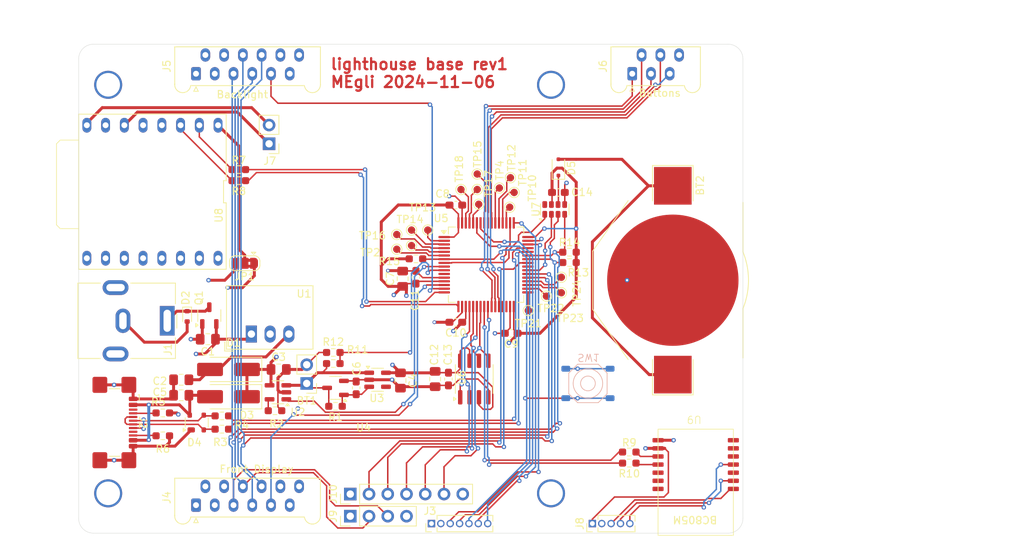
<source format=kicad_pcb>
(kicad_pcb (version 20240108) (generator "pcbnew") (generator_version "8.0")
  (layers (0 "F.Cu" signal) (1 "In1.Cu" signal) (2 "In2.Cu" signal) (31 "B.Cu" signal) (34 "B.Paste" user) (35 "F.Paste" user) (36 "B.SilkS" user "B.Silkscreen") (37 "F.SilkS" user "F.Silkscreen") (38 "B.Mask" user) (39 "F.Mask" user) (44 "Edge.Cuts" user))
  (net 0 "")
  (net 1 "GND")
  (net 2 "+BATT")
  (net 3 "Net-(BT2-+)")
  (net 4 "+12V")
  (net 5 "Net-(D1-A)")
  (net 6 "+5V")
  (net 7 "+3.3V")
  (net 8 "VBUS")
  (net 9 "Net-(U3-EN)")
  (net 10 "Net-(D2-K)")
  (net 11 "Net-(D4-I{slash}O2)")
  (net 12 "Net-(D4-I{slash}O1)")
  (net 13 "Net-(J2-CC2)")
  (net 14 "Net-(J2-CC1)")
  (net 15 "DBG_TX")
  (net 16 "~{STM_RST}")
  (net 17 "DBG_RX")
  (net 18 "STM_SWDCLK")
  (net 19 "STM_SWDIO")
  (net 20 "I2C1_SDA")
  (net 21 "I2C1_SCL")
  (net 22 "WHITE_PWM1")
  (net 24 "~{IS_SDB}")
  (net 26 "~{IS_INTB}")
  (net 30 "WHITE_PWM2")
  (net 32 "BTN3")
  (net 33 "BTN2")
  (net 34 "BTN0")
  (net 35 "BTN1")
  (net 36 "BTN4")
  (net 37 "Net-(J7-Pin_2)")
  (net 38 "Net-(J7-Pin_1)")
  (net 39 "Net-(J8-Pin_5)")
  (net 40 "Net-(J8-Pin_3)")
  (net 41 "Net-(J8-Pin_4)")
  (net 42 "Net-(JP1-C)")
  (net 43 "Net-(U2-PROG)")
  (net 44 "USB_D-")
  (net 45 "USB_D+")
  (net 46 "SOUND_TX")
  (net 47 "Net-(U5-PA2)")
  (net 48 "Net-(U5-PA3)")
  (net 49 "SOUND_RX")
  (net 50 "Net-(U5-PC4)")
  (net 51 "BLE_TX")
  (net 52 "Net-(U5-PC5)")
  (net 53 "BLE_RX")
  (net 54 "Net-(U5-PC2)")
  (net 55 "Net-(U5-PH0)")
  (net 56 "Net-(U5-PH1)")
  (net 57 "Net-(U5-PH3)")
  (net 58 "Net-(U5-PD2)")
  (net 59 "~{SPI1_CS1}")
  (net 60 "SPI1_SCLK")
  (net 61 "Net-(U5-PC10)")
  (net 62 "Net-(U5-PC11)")
  (net 63 "Net-(U5-PC12)")
  (net 64 "Net-(U5-PC13)")
  (net 65 "Net-(U5-PC14)")
  (net 66 "Net-(U5-PB5)")
  (net 67 "Net-(U5-PC15)")
  (net 68 "Net-(U5-PB8)")
  (net 69 "Net-(U5-PB9)")
  (net 72 "Net-(U5-PB12)")
  (net 73 "Net-(U5-PB13)")
  (net 74 "Net-(U5-PB14)")
  (net 75 "Net-(U5-PB15)")
  (net 76 "CH_STAT")
  (net 78 "SPI1_COPI")
  (net 79 "~{RTC_INT}")
  (net 80 "RTC_CLK")
  (net 81 "~{SPI1_CS}")
  (net 82 "~{SPI1_CS2}")
  (net 83 "SPI1_CIPO")
  (net 101 "Net-(D5-K)")
  (footprint "TestPoint:TestPoint_Pad_D1.0mm" (layer "F.Cu") (at 83.1 73.8 90)
    (property "Reference" "TP16")
    (property "Value" "TestPoint")
  )
  (footprint "Capacitor_SMD:C_0805_2012Metric_Pad1.18x1.45mm_HandSolder" (layer "F.Cu") (at 57.5 88 180)
    (property "Reference" "C1")
    (property "Value" "10uF")
  )
  (footprint "Capacitor_SMD:C_0603_1608Metric_Pad1.08x0.95mm_HandSolder" (layer "F.Cu") (at 105 68.1)
    (property "Reference" "C14")
    (property "Value" "100nF")
  )
  (footprint "Capacitor_SMD:C_0603_1608Metric_Pad1.08x0.95mm_HandSolder" (layer "F.Cu") (at 91.105 69.815)
    (property "Reference" "C8")
    (property "Value" "100nF")
  )
  (footprint "Capacitor_SMD:C_0805_2012Metric_Pad1.18x1.45mm_HandSolder" (layer "F.Cu") (at 67.1 92.1)
    (property "Reference" "C3")
    (property "Value" "10uF")
  )
  (footprint "TestPoint:TestPoint_Pad_D1.0mm" (layer "F.Cu") (at 87.3 73.2 90)
    (property "Reference" "TP13")
    (property "Value" "TestPoint")
  )
  (footprint "TestPoint:TestPoint_Pad_D1.0mm" (layer "F.Cu") (at 98.5 66.1 90)
    (property "Reference" "TP12")
    (property "Value" "TestPoint")
  )
  (footprint "TestPoint:TestPoint_Pad_D1.0mm" (layer "F.Cu") (at 100.925 84.115)
    (property "Reference" "TP21")
    (property "Value" "TestPoint")
  )
  (footprint "TestPoint:TestPoint_Pad_D1.0mm" (layer "F.Cu") (at 94 65.6 90)
    (property "Reference" "TP15")
    (property "Value" "TestPoint")
  )
  (footprint "TestPoint:TestPoint_Pad_D1.0mm" (layer "F.Cu") (at 98.4 70.1 90)
    (property "Reference" "TP10")
    (property "Value" "TestPoint")
  )
  (footprint "Resistor_SMD:R_0603_1608Metric_Pad0.98x0.95mm_HandSolder" (layer "F.Cu") (at 51.4 98)
    (property "Reference" "R5")
    (property "Value" "5k1")
  )
  (footprint "Resistor_SMD:R_0603_1608Metric_Pad0.98x0.95mm_HandSolder" (layer "F.Cu") (at 106.5 76.2)
    (property "Reference" "R14")
    (property "Value" "4k7")
  )
  (footprint "Resistor_SMD:R_0603_1608Metric_Pad0.98x0.95mm_HandSolder" (layer "F.Cu") (at 61.7 65 180)
    (property "Reference" "R7")
    (property "Value" "0R")
  )
  (footprint "Capacitor_SMD:C_0805_2012Metric_Pad1.18x1.45mm_HandSolder" (layer "F.Cu") (at 53.9 95.6 180)
    (property "Reference" "C5")
    (property "Value" "10uF")
  )
  (footprint "TestPoint:TestPoint_Pad_D1.0mm" (layer "F.Cu") (at 85.1 73.2 90)
    (property "Reference" "TP14")
    (property "Value" "TestPoint")
  )
  (footprint "lighthouse:DFPlayer_Mini-TF-16P" (layer "F.Cu") (at 50 68 180)
    (property "Reference" "U8")
    (property "Value" "~")
  )
  (footprint "Resistor_SMD:R_0603_1608Metric_Pad0.98x0.95mm_HandSolder" (layer "F.Cu") (at 114.6 103.3 180)
    (property "Reference" "R9")
    (property "Value" "0R")
  )
  (footprint "TestPoint:TestPoint_Pad_D1.0mm" (layer "F.Cu") (at 105.4 81.7)
    (property "Reference" "TP23")
    (property "Value" "TestPoint")
  )
  (footprint "Package_QFP:LQFP-64_10x10mm_P0.5mm" (layer "F.Cu") (at 95.2 77.9)
    (property "Reference" "U5")
    (property "Value" "STM32L412R8Tx")
  )
  (footprint "Connector_BarrelJack:BarrelJack_CUI_PJ-063AH_Horizontal" (layer "F.Cu") (at 52 85.5 -90)
    (property "Reference" "J1")
    (property "Value" "Barrel_Jack_Switch")
  )
  (footprint "Package_TO_SOT_SMD:SOT-143" (layer "F.Cu") (at 56 99.3 90)
    (property "Reference" "D4")
    (property "Value" "PRTR5V0U2X")
  )
  (footprint "Connector_PinHeader_1.27mm:PinHeader_1x07_P1.27mm_Vertical" (layer "F.Cu") (at 87.8 113 90)
    (property "Reference" "J3")
    (property "Value" "Conn_01x07")
  )
  (footprint "Package_SON:MicroCrystal_C7_SON-8_1.5x3.2mm_P0.9mm" (layer "F.Cu") (at 104.5 70.4 90)
    (property "Reference" "U7")
    (property "Value" "RV-3028-C7")
  )
  (footprint "Jumper:SolderJumper-3_P1.3mm_Bridged2Bar12_RoundedPad1.0x1.5mm" (layer "F.Cu") (at 62.5 77.7 180)
    (property "Reference" "JP1")
    (property "Value" "Jumper_3_Bridged12")
  )
  (footprint "Resistor_SMD:R_0603_1608Metric_Pad0.98x0.95mm_HandSolder" (layer "F.Cu") (at 114.6 104.8 180)
    (property "Reference" "R10")
    (property "Value" "0R")
  )
  (footprint "Capacitor_SMD:C_0805_2012Metric_Pad1.18x1.45mm_HandSolder" (layer "F.Cu") (at 88.3 93.4 -90)
    (property "Reference" "C12")
    (property "Value" "10uF")
  )
  (footprint "Capacitor_SMD:C_0805_2012Metric_Pad1.18x1.45mm_HandSolder" (layer "F.Cu") (at 53.9 93.5 180)
    (property "Reference" "C2")
    (property "Value" "10uF")
  )
  (footprint "Resistor_SMD:R_0603_1608Metric_Pad0.98x0.95mm_HandSolder" (layer "F.Cu") (at 51.4 101.1)
    (property "Reference" "R6")
    (property "Value" "5k1")
  )
  (footprint "Package_SO:SOIC-8_3.9x4.9mm_P1.27mm" (layer "F.Cu") (at 93.6 93.4 90)
    (property "Reference" "U6")
    (property "Value" "AT25SF081-SSHD-X")
  )
  (footprint "Connector_PinHeader_2.54mm:PinHeader_1x02_P2.54mm_Vertical" (layer "F.Cu") (at 70.9 94 180)
    (property "Reference" "BT1")
    (property "Value" "Battery_Cell")
  )
  (footprint "Resistor_SMD:R_0603_1608Metric_Pad0.98x0.95mm_HandSolder" (layer "F.Cu") (at 59.4 98.4)
    (property "Reference" "R4")
    (property "Value" "22R")
  )
  (footprint "Resistor_SMD:R_0603_1608Metric_Pad0.98x0.95mm_HandSolder" (layer "F.Cu") (at 74.5 89.8)
    (property "Reference" "R12")
    (property "Value" "1M")
  )
  (footprint "Converter_DCDC:Converter_DCDC_RECOM_R-78E-0.5_THT" (layer "F.Cu") (at 63.4 87.3)
    (property "Reference" "U1")
    (property "Value" "R-78E5.0-1.0")
  )
  (footprint "Resistor_SMD:R_0603_1608Metric_Pad0.98x0.95mm_HandSolder" (layer "F.Cu") (at 66.6 97.7)
    (property "Reference" "R2")
    (property "Value" "10k")
  )
  (footprint "Diode_SMD:D_SMA_Handsoldering" (layer "F.Cu") (at 60.3 95.8 180)
    (property "Reference" "D3")
    (property "Value" "B130-13-F")
  )
  (footprint "Connector_PinHeader_2.54mm:PinHeader_1x02_P2.54mm_Vertical" (layer "F.Cu") (at 65.8 61.5 180)
    (property "Reference" "J7")
    (property "Value" "Conn_01x02")
  )
  (footprint "Connector_Molex:Molex_Picoflex_90325-0012_2x06_P1.27mm_Vertical" (layer "F.Cu") (at 55.9 52 90)
    (property "Reference" "J5")
    (property "Value" "Conn_01x12")
  )
  (footprint "TestPoint:TestPoint_Pad_D1.0mm" (layer "F.Cu") (at 83.1 75.8 90)
    (property "Reference" "TP2")
    (property "Value" "TestPoint")
  )
  (footprint "TestPoint:TestPoint_Pad_D1.0mm" (layer "F.Cu") (at 94.2 69.7 90)
    (property "Reference" "TP3" (hide yes))
    (property "Value" "TestPoint")
  )
  (footprint "Resistor_SMD:R_0603_1608Metric_Pad0.98x0.95mm_HandSolder" (layer "F.Cu") (at 74.8 97.1)
    (property "Reference" "R1")
    (property "Value" "1M")
  )
  (footprint "TestPoint:TestPoint_Pad_D1.0mm" (layer "F.Cu") (at 105.4 79.6)
    (property "Reference" "TP24")
    (property "Value" "TestPoint")
  )
  (footprint "Battery:BatteryHolder_Keystone_3002_1x2032" (layer "F.Cu") (at 120.5 80 -90)
    (property "Reference" "BT2")
    (property "Value" "Keystone 3002")
  )
  (footprint "Capacitor_SMD:C_0603_1608Metric_Pad1.08x0.95mm_HandSolder" (layer "F.Cu") (at 91.1 85.7 180)
    (property "Reference" "C10")
    (property "Value" "100nF")
  )
  (footprint "Resistor_SMD:R_0603_1608Metric_Pad0.98x0.95mm_HandSolder" (layer "F.Cu") (at 59.4 100.2)
    (property "Reference" "R3")
    (property "Value" "22R")
  )
  (footprint "Package_TO_SOT_SMD:SOT-23-3" (layer "F.Cu") (at 74.8 94.6 180)
    (property "Reference" "U4")
    (property "Value" "MCP111T-xxxE_TT")
  )
  (footprint "Connector_Molex:Molex_Picoflex_90325-0006_2x03_P1.27mm_Vertical" (layer "F.Cu") (at 115 52 90)
    (property "Reference" "J6")
    (property "Value" "Conn_01x06")
  )
  (footprint "Capacitor_SMD:C_0603_1608Metric_Pad1.08x0.95mm_HandSolder" (layer "F.Cu") (at 85.7 79.6 90)
    (property "Reference" "C11")
    (property "Value" "100nF")
  )
  (footprint "Connector_PinHeader_2.54mm:PinHeader_1x04_P2.54mm_Vertical" (layer "F.Cu") (at 76.8 112 90)
    (property "Reference" "J9")
    (property "Value" "Conn_01x04")
  )
  (footprint "Package_TO_SOT_SMD:SOT-23-5" (layer "F.Cu") (at 67 95.2 180)
    (property "Reference" "U2")
    (property "Value" "MCP73831-2-OT")
  )
  (footprint "Package_TO_SOT_SMD:SOT-23-5" (layer "F.Cu") (at 80.5 93.5)
    (property "Reference" "U3")
    (property "Value" "TLV75533PDBV")
  )
  (footprint "TestPoint:TestPoint_Pad_D1.0mm" (layer "F.Cu") (at 97 67.5 90)
    (property "Reference" "TP4")
    (property "Value" "TestPoint")
  )
  (footprint "Resistor_SMD:R_0603_1608Metric_Pad0.98x0.95mm_HandSolder" (layer "F.Cu") (at 74.5 91.3 180)
    (property "Reference" "R11")
    (property "Value" "1M")
  )
  (footprint "Capacitor_SMD:C_0603_1608Metric_Pad1.08x0.95mm_HandSolder" (layer "F.Cu") (at 98.6 87.2 180)
    (property "Reference" "C9")
    (property "Value" "100nF")
  )
  (footprint "Capacitor_SMD:C_0603_1608Metric_Pad1.08x0.95mm_HandSolder" (layer "F.Cu") (at 90.1 93.4 -90)
    (property "Reference" "C13")
    (property "Value" "100nF")
  )
  (footprint "Connector_PinHeader_2.54mm:PinHeader_1x07_P2.54mm_Vertical" (layer "F.Cu") (at 76.8 109 90)
    (property "Reference" "J10")
    (property "Value" "Conn_01x07")
  )
  (footprint "TestPoint:TestPoint_Pad_D1.0mm" (layer "F.Cu") (at 85.1 75.3 90)
    (property "Reference" "TP1" (hide yes))
    (property "Value" "TestPoint")
  )
  (footprint "Package_TO_SOT_SMD:SOT-23-3" (layer "F.Cu") (at 57.7 84.8 90)
    (property "Reference" "Q1")
    (property "Value" "DMP3099L")
  )
  (footprint "Diode_SMD:D_SOD-523" (layer "F.Cu") (at 54.7 84.9 -90)
    (property "Reference" "D2")
    (property "Value" "DF2S16FS")
  )
  (footprint "Connector_PinHeader_1.27mm:PinHeader_1x05_P1.27mm_Vertical" (layer "F.Cu") (at 109.6 113 90)
    (property "Reference" "J8")
    (property "Value" "Conn_01x05")
  )
  (footprint "Connector_Molex:Molex_Picoflex_90325-0012_2x06_P1.27mm_Vertical" (layer "F.Cu") (at 55.9 110.5 90)
    (property "Reference" "J4")
    (property "Value" "Conn_01x12")
  )
  (footprint "Resistor_SMD:R_0603_1608Metric_Pad0.98x0.95mm_HandSolder" (layer "F.Cu") (at 85.7 77.1 180)
    (property "Reference" "R15")
    (property "Value" "10k")
  )
  (footprint "Connector_USB:USB_C_Receptacle_GCT_USB4110" (layer "F.Cu") (at 43.7 99.3 -90)
    (property "Reference" "J2")
    (property "Value" "USB_C_Receptacle_USB2.0_14P")
  )
  (footprint "lighthouse:BC805M" (layer "F.Cu") (at 123.6 105 180)
    (property "Reference" "U9")
    (property "Value" "~")
  )
  (footprint "Diode_SMD:D_SOD-323F" (layer "F.Cu") (at 105 64.7 90)
    (property "Reference" "D5")
    (property "Value" "PMEG4002EJ")
  )
  (footprint "Capacitor_SMD:C_0805_2012Metric_Pad1.18x1.45mm_HandSolder" (layer "F.Cu") (at 83.9 79.8 90)
    (property "Reference" "C7")
    (property "Value" "10uF")
  )
  (footprint "Resistor_SMD:R_0603_1608Metric_Pad0.98x0.95mm_HandSolder" (layer "F.Cu") (at 106.5 77.6)
    (property "Reference" "R13")
    (property "Value" "4k7")
  )
  (footprint "TestPoint:TestPoint_Pad_D1.0mm" (layer "F.Cu") (at 94 67.7 90)
    (property "Reference" "TP17")
    (property "Value" "TestPoint")
  )
  (footprint "Capacitor_SMD:C_0805_2012Metric_Pad1.18x1.45mm_HandSolder" (layer "F.Cu") (at 83.6 93.6 -90)
    (property "Reference" "C4")
    (property "Value" "10uF")
  )
  (footprint "Resistor_SMD:R_0603_1608Metric_Pad0.98x0.95mm_HandSolder" (layer "F.Cu") (at 61.7 66.5 180)
    (property "Reference" "R8")
    (property "Value" "0R")
  )
  (footprint "Diode_SMD:D_SMA_Handsoldering" (layer "F.Cu") (at 60.3 92.1 180)
    (property "Reference" "D1")
    (property "Value" "B130-13-F")
  )
  (footprint "TestPoint:TestPoint_Pad_D1.0mm" (layer "F.Cu") (at 99 68.1 90)
    (property "Reference" "TP11")
    (property "Value" "TestPoint")
  )
  (footprint "TestPoint:TestPoint_Pad_D1.0mm" (layer "F.Cu") (at 103.375 82.165)
    (property "Reference" "TP22")
    (property "Value" "TestPoint")
  )
  (footprint "Capacitor_SMD:C_0603_1608Metric_Pad1.08x0.95mm_HandSolder" (layer "F.Cu") (at 77.6 94.6 90)
    (property "Reference" "C6")
    (property "Value" "10nF")
  )
  (footprint "TestPoint:TestPoint_Pad_D1.0mm" (layer "F.Cu") (at 91.8 67.7 90)
    (property "Reference" "TP18")
    (property "Value" "TestPoint")
  )
  (footprint "lighthouse:PTS526" (layer "B.Cu") (at 109 94)
    (property "Reference" "SW1")
    (property "Value" "~")
  )
  (gr_arc (start 42 114.3) (mid 40.585786 113.714214) (end 40 112.3) (stroke (width 0.05)) (layer "Edge.Cuts"))
  (gr_line (start 130 112.3) (end 130 50) (stroke (width 0.05)) (layer "Edge.Cuts"))
  (gr_arc (start 40 50) (mid 40.585786 48.585786) (end 42 48) (stroke (width 0.05)) (layer "Edge.Cuts"))
  (gr_arc (start 130 112.3) (mid 129.414214 113.714214) (end 128 114.3) (stroke (width 0.05)) (layer "Edge.Cuts"))
  (gr_arc (start 128 48) (mid 129.414214 48.585786) (end 130 50) (stroke (width 0.05)) (layer "Edge.Cuts"))
  (gr_line (start 128 48) (end 42 48) (stroke (width 0.05)) (layer "Edge.Cuts"))
  (gr_line (start 40 112.3) (end 40 50) (stroke (width 0.05)) (layer "Edge.Cuts"))
  (gr_line (start 42 114.3) (end 128 114.3) (stroke (width 0.05)) (layer "Edge.Cuts"))
  (gr_text "lighthouse base rev1\nMEgli 2024-11-06" (at 74 54 0) (layer "F.Cu") (effects (font (size 1.5 1.5) (thickness 0.3) (bold yes)) (justify left bottom)))
  (gr_text "Front Display" (at 59 106.2 0) (layer "F.SilkS") (effects (font (size 1 1)) (justify left bottom)))
  (gr_text "Buttons" (at 115.8 55.2 0) (layer "F.SilkS") (effects (font (size 1 1)) (justify left bottom)))
  (gr_text "Backlight" (at 58.6 55.4 0) (layer "F.SilkS") (effects (font (size 1 1)) (justify left bottom)))
  (via (at 44 53.5) (size 3.8) (drill 3.2) (layers "F.Cu" "B.Cu") (net 0))
  (via (at 104 108.9) (size 3.8) (drill 3.2) (layers "F.Cu" "B.Cu") (net 0))
  (via (at 104 53.5) (size 3.8) (drill 3.2) (layers "F.Cu" "B.Cu") (net 0))
  (via (at 44 108.9) (size 3.8) (drill 3.2) (layers "F.Cu" "B.Cu") (net 0))
  (segment (start 47.38 103.835) (end 46.805 104.41) (width 0.4) (layer "F.Cu") (net 1))
  (segment (start 83.6 94.6375) (end 82.4625 93.5) (width 0.4) (layer "F.Cu") (net 1))
  (segment (start 105.8625 68.1) (end 105.8625 67.0375) (width 0.2) (layer "F.Cu") (net 1))
  (segment (start 90.7375 94.2625) (end 91.6 93.4) (width 0.2) (layer "F.Cu") (net 1))
  (segment (start 83.8 94.4375) (end 83.6 94.6375) (width 0.4) (layer "F.Cu") (net 1))
  (segment (start 51.8 102.5) (end 53.05 102.5) (width 0.4) (layer "F.Cu") (net 1))
  (segment (start 77.5125 93.65) (end 77.6 93.7375) (width 0.2) (layer "F.Cu") (net 1))
  (segment (start 52.8625 95.6) (end 52.8625 93.5) (width 0.4) (layer "F.Cu") (net 1))
  (segment (start 88.2 85.7) (end 90.2375 85.7) (width 0.4) (layer "F.Cu") (net 1))
  (segment (start 120.5 80) (end 114.3 80) (width 0.2) (layer "F.Cu") (net 1))
  (segment (start 100.875 74.65) (end 102.45 74.65) (width 0.2) (layer "F.Cu") (net 1))
  (segment (start 66.2275 87.5875) (end 65.94 87.3) (width 0.4) (layer "F.Cu") (net 1))
  (segment (start 48.9 88.4) (end 53.3 88.4) (width 0.4) (layer "F.Cu") (net 1))
  (segment (start 86.6125 79.65) (end 85.7 78.7375) (width 0.2) (layer "F.Cu") (net 1))
  (segment (start 53.05 102.5) (end 55.25 100.3) (width 0.4) (layer "F.Cu") (net 1))
  (segment (start 67.3 95.2) (end 67 94.9) (width 0.4) (layer "F.Cu") (net 1))
  (segment (start 91.95 69.8325) (end 91.9675 69.815) (width 0.2) (layer "F.Cu") (net 1))
  (segment (start 52.3125 101.9875) (end 51.8 102.5) (width 0.4) (layer "F.Cu") (net 1))
  (segment (start 89.525 79.65) (end 86.6125 79.65) (width 0.2) (layer "F.Cu") (net 1))
  (segment (start 95.505 95.875) (end 95.505 94.805) (width 0.2) (layer "F.Cu") (net 1))
  (segment (start 73.5875 89.8) (end 72.56 89.8) (width 0.2) (layer "F.Cu") (net 1))
  (segment (start 56.75 87.7125) (end 56.4625 88) (width 0.4) (layer "F.Cu") (net 1))
  (segment (start 47.38 94.765) (end 46.805 94.19) (width 0.4) (layer "F.Cu") (net 1))
  (segment (start 105.8625 69.725) (end 105.85 69.7375) (width 0.2) (layer "F.Cu") (net 1))
  (segment (start 96.4 87.2) (end 97.7375 87.2) (width 0.2) (layer "F.Cu") (net 1))
  (segment (start 68.1375 92.1) (end 70.26 92.1) (width 0.4) (layer "F.Cu") (net 1))
  (segment (start 52.3625 96.1) (end 47.38 96.1) (width 0.4) (layer "F.Cu") (net 1))
  (segment (start 53.3 98) (end 53.5 98.2) (width 0.4) (layer "F.Cu") (net 1))
  (segment (start 56.75 85.9375) (end 56.75 87.7125) (width 0.4) (layer "F.Cu") (net 1))
  (segment (start 90.1 94.2625) (end 90.7375 94.2625) (width 0.2) (layer "F.Cu") (net 1))
  (segment (start 52.3125 98) (end 53.3 98) (width 0.4) (layer "F.Cu") (net 1))
  (segment (start 94.1 93.4) (end 95.505 94.805) (width 0.2) (layer "F.Cu") (net 1))
  (segment (start 54.7 87) (end 54.7 85.6) (width 0.4) (layer "F.Cu") (net 1))
  (segment (start 98.45 86.4875) (end 97.7375 87.2) (width 0.2) (layer "F.Cu") (net 1))
  (segment (start 88.3 94.4375) (end 83.8 94.4375) (width 0.4) (layer "F.Cu") (net 1))
  (segment (start 68.1375 95.2) (end 67.3 95.2) (width 0.4) (layer "F.Cu") (net 1))
  (segment (start 42.875 104.41) (end 46.805 104.41) (width 0.4) (layer "F.Cu") (net 1))
  (segment (start 91.9675 69.5675) (end 91.9675 69.815) (width 0.2) (layer "F.Cu") (net 1))
  (segment (start 105.8625 67.0375) (end 106.1 66.8) (width 0.2) (layer "F.Cu") (net 1))
  (segment (start 90.63241 85.7) (end 90.2375 85.7) (width 0.2) (layer "F.Cu") (net 1))
  (segment (start 67.5125 97.7) (end 67 97.1875) (width 0.2) (layer "F.Cu") (net 1))
  (segment (start 118.5 101.7) (end 120.6 101.7) (width 0.4) (layer "F.Cu") (net 1))
  (segment (start 52.3125 101.1) (end 52.3125 101.9875) (width 0.4) (layer "F.Cu") (net 1))
  (segment (start 91.95 83.575) (end 91.95 84.38241) (width 0.2) (layer "F.Cu") (net 1))
  (segment (start 52.8625 95.6) (end 52.3625 96.1) (width 0.4) (layer "F.Cu") (net 1))
  (segment (start 53.3 88.4) (end 54.7 87) (width 0.4) (layer "F.Cu") (net 1))
  (segment (start 91.95 72.225) (end 91.95 69.8325) (width 0.2) (layer "F.Cu") (net 1))
  (segment (start 91.95 84.38241) (end 90.63241 85.7) (width 0.2) (layer "F.Cu") (net 1))
  (segment (start 70.26 92.1) (end 70.9 91.46) (width 0.4) (layer "F.Cu") (net 1))
  (segment (start 85.7 78.7375) (end 83.925 78.7375) (width 0.2) (layer "F.Cu") (net 1))
  (segment (start 72.56 89.8) (end 70.9 91.46) (width 0.2) (layer "F.Cu") (net 1))
  (segment (start 42.875 94.19) (end 46.805 94.19) (width 0.4) (layer "F.Cu") (net 1))
  (segment (start 67 93.2375) (end 68.1375 92.1) (width 0.4) (layer "F.Cu") (net 1))
  (segment (start 98.45 83.575) (end 98.45 86.4875) (width 0.2) (layer "F.Cu") (net 1))
  (segment (start 81.9 78.7) (end 83.8375 78.7) (width 0.4) (layer "F.Cu") (net 1))
  (segment (start 46 85.5) (end 48.9 88.4) (width 0.4) (layer "F.Cu") (net 1))
  (segment (start 47.38 96.1) (end 47.38 94.765) (width 0.4) (layer "F.Cu") (net 1))
  (segment (start 77.8375 93.5) (end 77.6 93.7375) (width 0.2) (layer "F.Cu") (net 1))
  (segment (start 83.925 78.7375) (end 83.9 78.7625) (width 0.2) (layer "F.Cu") (net 1))
  (segment (start 75.9375 93.65) (end 77.5125 93.65) (width 0.2) (layer "F.Cu") (net 1))
  (segment (start 82.4625 93.5) (end 79.3625 93.5) (width 0.4) (layer "F.Cu") (net 1))
  (segment (start 102.45 74.65) (end 102.7 74.4) (width 0.2) (layer "F.Cu") (net 1))
  (segment (start 79.3625 93.5) (end 77.8375 93.5) (width 0.2) (layer "F.Cu") (net 1))
  (segment (start 83.8375 78.7) (end 83.9 78.7625) (width 0.4) (layer "F.Cu") (net 1))
  (segment (start 47.38 102.5) (end 47.38 103.835) (width 0.4) (layer "F.Cu") (net 1))
  (segment (start 91.6 93.4) (end 94.1 93.4) (width 0.2) (layer "F.Cu") (net 1))
  (segment (start 67 97.1875) (end 67 94.9) (width 0.2) (layer "F.Cu") (net 1))
  (segment (start 90.2 68.6) (end 91 68.6) (width 0.2) (layer "F.Cu") (net 1))
  (segment (start 47.38 102.5) (end 51.8 102.5) (width 0.4) (layer "F.Cu") (net 1))
  (segment (start 91 68.6) (end 91.9675 69.5675) (width 0.2) (layer "F.Cu") (net 1))
  (segment (start 56.4625 88) (end 55.2 88) (width 0.4) (layer "F.Cu") (net 1))
  (segment (start 105.8625 68.1) (end 105.8625 69.725) (width 0.2) (layer "F.Cu") (net 1))
  (segment (start 90.1 94.2625) (end 88.475 94.2625) (width 0.2) (layer "F.Cu") (net 1))
  (segment (start 67 94.9) (end 67 93.2375) (width 0.4) (layer "F.Cu") (net 1))
  (via (at 81.9 78.7) (size 0.5) (drill 0.3) (layers "F.Cu" "B.Cu") (net 1))
  (via (at 55.2 88) (size 0.6) (drill 0.3) (layers "F.Cu" "B.Cu") (net 1))
  (via (at 44.8 104.41) (size 0.6) (drill 0.3) (layers "F.Cu" "B.Cu") (net 1))
  (via (at 69.7 97.4) (size 0.6) (drill 0.3) (layers "F.Cu" "B.Cu") (net 1))
  (via (at 114.3 80) (size 0.6) (drill 0.3) (layers "F.Cu" "B.Cu") (net 1))
  (via (at 102.7 74.4) (size 0.6) (drill 0.3) (layers "F.Cu" "B.Cu") (net 1))
  (via (at 106.1 66.8) (size 0.6) (drill 0.3) (layers "F.Cu" "B.Cu") (net 1))
  (via (at 88.2 85.7) (size 0.5) (drill 0.3) (layers "F.Cu" "B.Cu") (net 1))
  (via (at 44.8 94.19) (size 0.6) (drill 0.3) (layers "F.Cu" "B.Cu") (net 1))
  (via (at 53.5 98.2) (size 0.6) (drill 0.3) (layers "F.Cu" "B.Cu") (net 1))
  (via (at 90.2 68.6) (size 0.6) (drill 0.3) (layers "F.Cu" "B.Cu") (net 1))
  (via (at 120.6 101.7) (size 0.6) (drill 0.3) (layers "F.Cu" "B.Cu") (net 1))
  (via (at 82.4625 93.5) (size 0.6) (drill 0.3) (layers "F.Cu" "B.Cu") (net 1))
  (via (at 96.4 87.2) (size 0.6) (drill 0.3) (layers "F.Cu" "B.Cu") (net 1))
  (via (at 107.6 92) (size 0.6) (drill 0.3) (layers "F.Cu" "B.Cu") (net 1))
  (segment (start 106 92) (end 112 92) (width 0.2) (layer "B.Cu") (net 1))
  (segment (start 73 92.55) (end 72.35 92.55) (width 0.4) (layer "F.Cu") (net 2))
  (segment (start 72.35 92.55) (end 70.9 94) (width 0.4) (layer "F.Cu") (net 2))
  (segment (start 68.1375 94.25) (end 70.65 94.25) (width 0.4) (layer "F.Cu") (net 2))
  (segment (start 73.5875 91.3) (end 73.5875 91.9625) (width 0.2) (layer "F.Cu") (net 2))
  (segment (start 79.3625 92.55) (end 73 92.55) (width 0.4) (layer "F.Cu") (net 2))
  (segment (start 70.65 94.25) (end 70.9 94) (width 0.4) (layer "F.Cu") (net 2))
  (segment (start 73.6625 94.6) (end 71.5 94.6) (width 0.2) (layer "F.Cu") (net 2))
  (segment (start 71.5 94.6) (end 70.9 94) (width 0.2) (layer "F.Cu") (net 2))
  (segment (start 73.5875 91.9625) (end 73 92.55) (width 0.2) (layer "F.Cu") (net 2))
  (segment (start 73.8875 94.825) (end 73.6625 94.6) (width 0.2) (layer "F.Cu") (net 2))
  (segment (start 73.8875 97.1) (end 73.8875 94.825) (width 0.2) (layer "F.Cu") (net 2))
  (segment (start 120.5 92.8) (end 117.3 92.8) (width 0.4) (layer "F.Cu") (net 3))
  (segment (start 113.6 63.6) (end 107.4 63.6) (width 0.4) (layer "F.Cu") (net 3))
  (segment (start 117.3 92.8) (end 109.6 85.1) (width 0.4) (layer "F.Cu") (net 3))
  (segment (start 117.2 67.2) (end 113.6 63.6) (width 0.4) (layer "F.Cu") (net 3))
  (segment (start 109.6 74.8) (end 117.2 67.2) (width 0.4) (layer "F.Cu") (net 3))
  (segment (start 109.6 85.1) (end 109.6 74.8) (width 0.4) (layer "F.Cu") (net 3))
  (segment (start 107.4 63.6) (end 105 63.6) (width 0.4) (layer "F.Cu") (net 3))
  (segment (start 117.2 67.2) (end 120.5 67.2) (width 0.4) (layer "F.Cu") (net 3))
  (segment (start 58.65 85.9375) (end 58.65 87.8875) (width 0.4) (layer "F.Cu") (net 4))
  (segment (start 58.5375 88) (end 62.7 88) (width 0.4) (layer "F.Cu") (net 4))
  (segment (start 55.9 90) (end 57.1 90) (width 0.4) (layer "F.Cu") (net 4))
  (segment (start 58.5375 88) (end 58.5375 88.5625) (width 0.4) (layer "F.Cu") (net 4))
  (segment (start 58.65 87.8875) (end 58.5375 88) (width 0.4) (layer "F.Cu") (net 4))
  (segment (start 58.5375 88.5625) (end 57.1 90) (width 0.4) (layer "F.Cu") (net 4))
  (segment (start 62.7 88) (end 63.4 87.3) (width 0.4) (layer "F.Cu") (net 4))
  (via (at 55.9 90) (size 0.6) (drill 0.3) (layers "F.Cu" "B.Cu") (net 4))
  (segment (start 57.8 92.1) (end 59 92.1) (width 0.4) (layer "F.Cu") (net 5))
  (segment (start 54.9375 93.5) (end 56.4 93.5) (width 0.4) (layer "F.Cu") (net 5))
  (segment (start 56.4 93.5) (end 57.8 92.1) (width 0.4) (layer "F.Cu") (net 5))
  (segment (start 60.7 90.4) (end 65.38 90.4) (width 0.4) (layer "F.Cu") (net 5))
  (segment (start 65.38 90.4) (end 68.48 87.3) (width 0.4) (layer "F.Cu") (net 5))
  (segment (start 59 92.1) (end 60.7 90.4) (width 0.4) (layer "F.Cu") (net 5))
  (segment (start 66.0625 92.1) (end 66.0625 91.1375) (width 0.4) (layer "F.Cu") (net 6))
  (segment (start 61.2 78.6) (end 61.2 77.7) (width 0.4) (layer "F.Cu") (net 6))
  (segment (start 59.8 80) (end 61.2 78.6) (width 0.4) (layer "F.Cu") (net 6))
  (segment (start 66.0625 92.1) (end 66.0625 94.05) (width 0.4) (layer "F.Cu") (net 6))
  (segment (start 66.0625 91.1375) (end 66.8 90.4) (width 0.4) (layer "F.Cu") (net 6))
  (segment (start 57.6 80) (end 59.8 80) (width 0.4) (layer "F.Cu") (net 6))
  (segment (start 66.0625 94.05) (end 65.8625 94.25) (width 0.4) (layer "F.Cu") (net 6))
  (segment (start 62.8 92.1) (end 66.0625 92.1) (width 0.4) (layer "F.Cu") (net 6))
  (segment (start 62.8 95.8) (end 62.8 92.1) (width 0.4) (layer "F.Cu") (net 6))
  (via (at 66.8 90.4) (size 0.6) (drill 0.3) (layers "F.Cu" "B.Cu") (net 6))
  (via (at 57.6 80) (size 0.6) (drill 0.3) (layers "F.Cu" "B.Cu") (net 6))
  (segment (start 84.4 81.3375) (end 83.9 80.8375) (width 0.4) (layer "F.Cu") (net 7))
  (segment (start 107.4125 66.7125) (end 107 66.3) (width 0.4) (layer "F.Cu") (net 7))
  (segment (start 104.1375 69.65) (end 104.05 69.7375) (width 0.2) (layer "F.Cu") (net 7))
  (segment (start 89.525 80.15) (end 86.0125 80.15) (width 0.2) (layer "F.Cu") (net 7))
  (segment (start 83.6 92.5625) (end 88.1 92.5625) (width 0.4) (layer "F.Cu") (net 7))
  (segment (start 86.0125 80.15) (end 85.7 80.4625) (width 0.2) (layer "F.Cu") (net 7))
  (segment (start 101.85 74.15) (end 103 73) (width 0.2) (layer "F.Cu") (net 7))
  (segment (start 94.235 95.875) (end 94.235 96.935) (width 0.2) (layer "F.Cu") (net 7))
  (segment (start 109.6 112.4) (end 112.6 109.4) (width 0.2) (layer "F.Cu") (net 7))
  (segment (start 94.1375 92.5375) (end 91.1625 92.5375) (width 0.2) (layer "F.Cu") (net 7))
  (segment (start 98.3 88.5) (end 99.4625 87.3375) (width 0.4) (layer "F.Cu") (net 7))
  (segment (start 91.45 72.225) (end 91.45 71.0225) (width 0.2) (layer "F.Cu") (net 7))
  (segment (start 84.275 80.4625) (end 83.9 80.8375) (width 0.2) (layer "F.Cu") (net 7))
  (segment (start 119.9 103.3) (end 119.4 102.8) (width 0.2) (layer "F.Cu") (net 7))
  (segment (start 90.1 92.5375) (end 88.475 92.5375) (width 0.2) (layer "F.Cu") (net 7))
  (segment (start 92.45 85.2125) (end 91.9625 85.7) (width 0.2) (layer "F.Cu") (net 7))
  (segment (start 88.1 92.5625) (end 88.3 92.3625) (width 0.4) (layer "F.Cu") (net 7))
  (segment (start 98.95 86.6875) (end 99.4625 87.2) (width 0.2) (layer "F.Cu") (net 7))
  (segment (start 81.9 77.1) (end 81 78) (width 0.4) (layer "F.Cu") (net 7))
  (segment (start 63.8 79.4) (end 63.8 77.7) (width 0.4) (layer "F.Cu") (net 7))
  (segment (start 107.4125 82.2875) (end 102.5 87.2) (width 0.4) (layer "F.Cu") (net 7))
  (segment (start 104.1375 68.1) (end 104.1375 69.65) (width 0.2) (layer "F.Cu") (net 7))
  (segment (start 92.1 89.2) (end 92.7 89.2) (width 0.2) (layer "F.Cu") (net 7))
  (segment (start 90.85 74.15) (end 91.45 73.55) (width 0.2) (layer "F.Cu") (net 7))
  (segment (start 83.5875 92.55) (end 83.6 92.5625) (width 0.4) (layer "F.Cu") (net 7))
  (segment (start 107 66.3) (end 105.5 64.8) (width 0.4) (layer "F.Cu") (net 7))
  (segment (start 81 72.1) (end 83.3 69.8) (width 0.4) (layer "F.Cu") (net 7))
  (segment (start 107.4125 76.2) (end 107.4125 66.7125) (width 0.4) (layer "F.Cu") (net 7))
  (segment (start 109.6 113) (end 109.6 112.4) (width 0.2) (layer "F.Cu") (net 7))
  (segment (start 60.2 81) (end 62.2 81) (width 0.4) (layer "F.Cu") (net 7))
  (segment (start 91.45 72.225) (end 91.45 73.15) (width 0.2) (layer "F.Cu") (net 7))
  (segment (start 92.965 89.465) (end 92.965 90.925) (width 0.2) (layer "F.Cu") (net 7))
  (segment (start 94.8 97.5) (end 95.8 97.5) (width 0.2) (layer "F.Cu") (net 7))
  (segment (start 83.9 92.2625) (end 83.6 92.5625) (width 0.4) (layer "F.Cu") (net 7))
  (segment (start 103 73) (end 103.1 73) (width 0.2) (layer "F.Cu") (net 7))
  (segment (start 119.9 108.8) (end 119.9 103.3) (width 0.2) (layer "F.Cu") (net 7))
  (segment (start 91.9625 85.7) (end 90.7625 86.9) (width 0.4) (layer "F.Cu") (net 7))
  (segment (start 83.8625 80.8375) (end 83.9 80.8375) (width 0.4) (layer "F.Cu") (net 7))
  (segment (start 90.1 92.5375) (end 91.1625 92.5375) (width 0.2) (layer "F.Cu") (net 7))
  (segment (start 85.7 80.4625) (end 84.275 80.4625) (width 0.2) (layer "F.Cu") (net 7))
  (segment (start 91.45 73.55) (end 91.45 73.15) (width 0.2) (layer "F.Cu") (net 7))
  (segment (start 112.6 109.4) (end 119.3 109.4) (width 0.2) (layer "F.Cu") (net 7))
  (segment (start 91.695 91.995) (end 91.695 90.925) (width 0.2) (layer "F.Cu") (net 7))
  (segment (start 104.8 64.8) (end 104.1375 65.4625) (width 0.4) (layer "F.Cu") (net 7))
  (segment (start 92.45 83.575) (end 92.45 85.2125) (width 0.2) (layer "F.Cu") (net 7))
  (segment (start 102.5 87.2) (end 99.4625 87.2) (width 0.4) (layer "F.Cu") (net 7))
  (segment (start 91.695 90.925) (end 91.695 89.605) (width 0.2) (layer "F.Cu") (net 7))
  (segment (start 107.4125 77.6) (end 107.4125 82.2875) (width 0.4) (layer "F.Cu") (net 7))
  (segment (start 81.9375 80.8375) (end 83.9 80.8375) (width 0.4) (layer "F.Cu") (net 7))
  (segment (start 88.475 92.5375) (end 88.3 92.3625) (width 0.2) (layer "F.Cu") (net 7))
  (segment (start 81.6375 92.55) (end 83.5875 92.55) (width 0.4) (layer "F.Cu") (net 7))
  (segment (start 90.2275 69.8) (end 90.2425 69.815) (width 0.4) (layer "F.Cu") (net 7))
  (segment (start 91.7 92) (end 91.695 91.995) (width 0.2) (layer "F.Cu") (net 7))
  (segment (start 82.7 82) (end 83.8625 80.8375) (width 0.4) (layer "F.Cu") (net 7))
  (segment (start 62.2 81) (end 63.8 79.4) (width 0.4) (layer "F.Cu") (net 7))
  (segment (start 91.45 71.0225) (end 90.2425 69.815) (width 0.2) (layer "F.Cu") (net 7))
  (segment (start 81 78) (end 81 79.9) (width 0.4) (layer "F.Cu") (net 7))
  (segment (start 96.105 94.505) (end 94.1375 92.5375) (width 0.2) (layer "F.Cu") (net 7))
  (segment (start 104.1375 65.4625) (end 104.1375 68.1) (width 0.4) (layer "F.Cu") (net 7))
  (segment (start 89.525 74.15) (end 90.85 74.15) (width 0.2) (layer "F.Cu") (net 7))
  (segment (start 105.5 64.8) (end 104.8 64.8) (width 0.4) (layer "F.Cu") (net 7))
  (segment (start 81 78) (end 81 72.1) (width 0.4) (layer "F.Cu") (net 7))
  (segment (start 84.7875 77.1) (end 81.9 77.1) (width 0.4) (layer "F.Cu") (net 7))
  (segment (start 83.3 69.8) (end 90.2275 69.8) (width 0.4) (layer "F.Cu") (net 7))
  (segment (start 91.1625 92.5375) (end 91.7 92) (width 0.2) (layer "F.Cu") (net 7))
  (segment (start 100.875 74.15) (end 101.85 74.15) (width 0.2) (layer "F.Cu") (net 7))
  (segment (start 96.105 97.195) (end 96.105 94.505) (width 0.2) (layer "F.Cu") (net 7))
  (segment (start 107.4125 76.2) (end 107.4125 77.6) (width 0.4) (layer "F.Cu") (net 7))
  (segment (start 84.4 82.1) (end 84.4 81.3375) (width 0.4) (layer "F.Cu") (net 7))
  (segment (start 94.235 96.935) (end 94.8 97.5) (width 0.2) (layer "F.Cu") (net 7))
  (segment (start 99.4625 87.3375) (end 99.4625 87.2) (width 0.4) (layer "F.Cu") (net 7))
  (segment (start 83.6 92.5625) (end 82.51875 91.48125) (width 0.4) (layer "F.Cu") (net 7))
  (segment (start 92.7 89.2) (end 92.965 89.465) (width 0.2) (layer "F.Cu") (net 7))
  (segment (start 119.3 109.4) (end 119.9 108.8) (width 0.2) (layer "F.Cu") (net 7))
  (segment (start 98.95 83.575) (end 98.95 86.6875) (width 0.2) (layer "F.Cu") (net 7))
  (segment (start 81 79.9) (end 81.9375 80.8375) (width 0.4) (layer "F.Cu") (net 7))
  (segment (start 95.8 97.5) (end 96.105 97.195) (width 0.2) (layer "F.Cu") (net 7))
  (segment (start 119.4 102.8) (end 116.8 102.8) (width 0.4) (layer "F.Cu") (net 7))
  (segment (start 91.695 89.605) (end 92.1 89.2) (width 0.2) (layer "F.Cu") (net 7))
  (segment (start 118.5 102.8) (end 119.4 102.8) (width 0.4) (layer "F.Cu") (net 7))
  (via (at 103.1 73) (size 0.6) (drill 0.3) (layers "F.Cu" "B.Cu") (net 7))
  (via (at 84.4 82.1) (size 0.6) (drill 0.3) (layers "F.Cu" "B.Cu") (net 7))
  (via (at 60.2 81) (size 0.6) (drill 0.3) (layers "F.Cu" "B.Cu") (net 7))
  (via (at 98.3 88.5) (size 0.6) (drill 0.3) (layers "F.Cu" "B.Cu") (net 7))
  (via (at 116.8 102.8) (size 0.6) (drill 0.3) (layers "F.Cu" "B.Cu") (net 7))
  (via (at 82.7 82) (size 0.6) (drill 0.3) (layers "F.Cu" "B.Cu") (net 7))
  (via (at 107.4 73) (size 0.6) (drill 0.3) (layers "F.Cu" "B.Cu") (net 7))
  (via (at 82.51875 91.48125) (size 0.6) (drill 0.3) (layers "F.Cu" "B.Cu") (net 7))
  (via (at 90.7625 86.9) (size 0.6) (drill 0.3) (layers "F.Cu" "B.Cu") (net 7))
  (segment (start 103.1 73) (end 107.4 73) (width 0.2) (layer "B.Cu") (net 7))
  (segment (start 53.65 96.9) (end 55.05 98.3) (width 0.4) (layer "F.Cu") (net 8))
  (segment (start 49.4 101.7) (end 49.5 101.6) (width 0.4) (layer "F.Cu") (net 8))
  (segment (start 57.6 95.6) (end 57.8 95.8) (width 0.4) (layer "F.Cu") (net 8))
  (segment (start 55.05 95.7125) (end 54.9375 95.6) (width 0.4) (layer "F.Cu") (net 8))
  (segment (start 47.38 101.7) (end 49.4 101.7) (width 0.4) (layer "F.Cu") (net 8))
  (segment (start 49.5 101.6) (end 49.5 101.65) (width 0.4) (layer "F.Cu") (net 8))
  (segment (start 54.9375 95.6) (end 57.6 95.6) (width 0.4) (layer "F.Cu") (net 8))
  (segment (start 55.05 98.3) (end 55.05 95.7125) (width 0.4) (layer "F.Cu") (net 8))
  (segment (start 47.38 96.9) (end 53.65 96.9) (width 0.4) (layer "F.Cu") (net 8))
  (via (at 49.5 101.65) (size 0.6) (drill 0.3) (layers "F.Cu" "B.Cu") (net 8))
  (via (at 49.5 96.9) (size 0.6) (drill 0.3) (layers "F.Cu" "B.Cu") (net 8))
  (segment (start 49.5 101.65) (end 49.5 96.9) (width 0.4) (layer "B.Cu") (net 8))
  (segment (start 78.35 95.4625) (end 77.6 95.4625) (width 0.2) (layer "F.Cu") (net 9))
  (segment (start 75.7125 97.1) (end 75.7125 95.775) (width 0.2) (layer "F.Cu") (net 9))
  (segment (start 75.9375 95.55) (end 77.5125 95.55) (width 0.2) (layer "F.Cu") (net 9))
  (segment (start 79.3625 94.45) (end 78.35 95.4625) (width 0.2) (layer "F.Cu") (net 9))
  (segment (start 75.7125 95.775) (end 75.9375 95.55) (width 0.2) (layer "F.Cu") (net 9))
  (segment (start 77.5125 95.55) (end 77.6 95.4625) (width 0.2) (layer "F.Cu") (net 9))
  (segment (start 53.3 84.2) (end 52 85.5) (width 0.4) (layer "F.Cu") (net 10))
  (segment (start 54.7 84.2) (end 57.1625 84.2) (width 0.4) (layer "F.Cu") (net 10))
  (segment (start 54.7 84.2) (end 53.3 84.2) (width 0.4) (layer "F.Cu") (net 10))
  (segment (start 57.1625 84.2) (end 57.7 83.6625) (width 0.4) (layer "F.Cu") (net 10))
  (segment (start 48.8 98.95) (end 48.7 99.05) (width 0.2) (layer "F.Cu") (net 11))
  (segment (start 56.2 99.05) (end 56.95 98.3) (width 0.2) (layer "F.Cu") (net 11))
  (segment (start 58.4875 98.4) (end 57.05 98.4) (width 0.2) (layer "F.Cu") (net 11))
  (segment (start 48.75 100.05) (end 48.8 100.1) (width 0.2) (layer "F.Cu") (net 11))
  (segment (start 47.38 100.05) (end 48.75 100.05) (width 0.2) (layer "F.Cu") (net 11))
  (segment (start 48.8 98.9) (end 48.8 98.95) (width 0.2) (layer "F.Cu") (net 11))
  (segment (start 57.05 98.4) (end 56.95 98.3) (width 0.2) (layer "F.Cu") (net 11))
  (segment (start 48.8 100.1) (end 48.8 100.15) (width 0.2) (layer "F.Cu") (net 11))
  (segment (start 48.7 99.05) (end 56.2 99.05) (width 0.2) (layer "F.Cu") (net 11))
  (segment (start 47.38 99.05) (end 48.7 99.05) (width 0.2) (layer "F.Cu") (net 11))
  (via (at 48.8 98.9) (size 0.6) (drill 0.3) (layers "F.Cu" "B.Cu") (net 11))
  (via (at 48.8 100.15) (size 0.6) (drill 0.3) (layers "F.Cu" "B.Cu") (net 11))
  (segment (start 48.8 100.15) (end 48.8 98.9) (width 0.2) (layer "B.Cu") (net 11))
  (segment (start 58.4875 100.2) (end 57.05 100.2) (width 0.2) (layer "F.Cu") (net 12))
  (segment (start 47.38 99.55) (end 56.2 99.55) (width 0.2) (layer "F.Cu") (net 12))
  (segment (start 56.2 99.55) (end 56.95 100.3) (width 0.2) (layer "F.Cu") (net 12))
  (segment (start 46.55 98.55) (end 46.3 98.8) (width 0.2) (layer "F.Cu") (net 12))
  (segment (start 57.05 100.2) (end 56.95 100.3) (width 0.2) (layer "F.Cu") (net 12))
  (segment (start 47.38 99.55) (end 46.55 99.55) (width 0.2) (layer "F.Cu") (net 12))
  (segment (start 46.55 99.55) (end 46.3 99.3) (width 0.2) (layer "F.Cu") (net 12))
  (segment (start 46.3 98.8) (end 46.3 99.3) (width 0.2) (layer "F.Cu") (net 12))
  (segment (start 47.38 98.55) (end 46.55 98.55) (width 0.2) (layer "F.Cu") (net 12))
  (segment (start 50.4375 101.05) (end 50.4875 101.1) (width 0.2) (layer "F.Cu") (net 13))
  (segment (start 47.38 101.05) (end 50.4375 101.05) (width 0.2) (layer "F.Cu") (net 13))
  (segment (start 47.38 98.05) (end 50.4375 98.05) (width 0.2) (layer "F.Cu") (net 14))
  (segment (start 50.4375 98.05) (end 50.4875 98) (width 0.2) (layer "F.Cu") (net 14))
  (segment (start 94.15 113) (end 94.15 112.45) (width 0.2) (layer "F.Cu") (net 15))
  (segment (start 99.9 107.2) (end 99.7 107.2) (width 0.2) (layer "F.Cu") (net 15))
  (segment (start 99.4 107.2) (end 99.7 107.2) (width 0.2) (layer "F.Cu") (net 15))
  (segment (start 96.21759 74.8) (end 94.45 73.03241) (width 0.2) (layer "F.Cu") (net 15))
  (segment (start 97.7 74.8) (end 96.21759 74.8) (width 0.2) (layer "F.Cu") (net 15))
  (segment (start 98.55 108.05) (end 99.4 107.2) (width 0.2) (layer "F.Cu") (net 15))
  (segment (start 94.45 73.03241) (end 94.45 72.225) (width 0.2) (layer "F.Cu") (net 15))
  (segment (start 94.15 112.45) (end 96.9 109.7) (width 0.2) (layer "F.Cu") (net 15))
  (segment (start 96.9 109.7) (end 98.55 108.05) (width 0.2) (layer "F.Cu") (net 15))
  (via (at 97.7 74.8) (size 0.6) (drill 0.3) (layers "F.Cu" "B.Cu") (net 15))
  (via (at 99.7 107.2) (size 0.6) (drill 0.3) (layers "F.Cu" "B.Cu") (net 15))
  (segment (start 101.5 104.831371) (end 99.7 106.631371) (width 0.2) (layer "B.Cu") (net 15))
  (segment (start 99.679901 74.8) (end 101.5 76.620099) (width 0.2) (layer "B.Cu") (net 15))
  (segment (start 99.7 106.631371) (end 99.7 107.2) (width 0.2) (layer "B.Cu") (net 15))
  (segment (start 97.7 74.8) (end 99.679901 74.8) (width 0.2) (layer "B.Cu") (net 15))
  (segment (start 101.5 76.620099) (end 101.5 104.831371) (width 0.2) (layer "B.Cu") (net 15))
  (segment (start 86.6625 77.15) (end 86.6125 77.1) (width 0.2) (layer "F.Cu") (net 16))
  (segment (start 97.2 76.2) (end 96.25 77.15) (width 0.2) (layer "F.Cu") (net 16))
  (segment (start 89.525 77.15) (end 86.6625 77.15) (width 0.2) (layer "F.Cu") (net 16))
  (segment (start 100.4 96) (end 100.5 96) (width 0.2) (layer "F.Cu") (net 16))
  (segment (start 96.25 77.15) (end 89.525 77.15) (width 0.2) (layer "F.Cu") (net 16))
  (segment (start 107.6 96) (end 100.5 96) (width 0.2) (layer "F.Cu") (net 16))
  (via (at 100.5 96) (size 0.6) (drill 0.3) (layers "F.Cu" "B.Cu") (net 16))
  (via (at 97.2 76.2) (size 0.6) (drill 0.3) (layers "F.Cu" "B.Cu") (net 16))
  (via (at 107.6 96) (size 0.6) (drill 0.3) (layers "F.Cu" "B.Cu") (net 16))
  (segment (start 100.7 96.3) (end 100.7 104.500001) (width 0.2) (layer "B.Cu") (net 16))
  (segment (start 97.2 76.2) (end 97.5 75.9) (width 0.2) (layer "B.Cu") (net 16))
  (segment (start 106 96) (end 112 96) (width 0.2) (layer "B.Cu") (net 16))
  (segment (start 99.648529 75.9) (end 100.7 76.951471) (width 0.2) (layer "B.Cu") (net 16))
  (segment (start 100.7 104.500001) (end 92.88 112.320001) (width 0.2) (layer "B.Cu") (net 16))
  (segment (start 100.7 96.2) (end 100.5 96) (width 0.2) (layer "B.Cu") (net 16))
  (segment (start 92.88 112.320001) (end 92.88 113) (width 0.2) (layer "B.Cu") (net 16))
  (segment (start 100.7 76.951471) (end 100.7 96.3) (width 0.2) (layer "B.Cu") (net 16))
  (segment (start 100.7 96.3) (end 100.7 96.2) (width 0.2) (layer "B.Cu") (net 16))
  (segment (start 97.5 75.9) (end 99.648529 75.9) (width 0.2) (layer "B.Cu") (net 16))
  (segment (start 97 75.4) (end 95.751471 75.4) (width 0.2) (layer "F.Cu") (net 17))
  (segment (start 95.751471 75.4) (end 93.95 73.598529) (width 0.2) (layer "F.Cu") (net 17))
  (segment (start 93.95 73.598529) (end 93.95 72.225) (width 0.2) (layer "F.Cu") (net 17))
  (via (at 97 75.4) (size 0.6) (drill 0.3) (layers "F.Cu" "B.Cu") (net 17))
  (segment (start 95.4 110.365686) (end 95.4 112.98) (width 0.2) (layer "B.Cu") (net 17))
  (segment (start 101.1 76.785785) (end 101.1 104.665686) (width 0.2) (layer "B.Cu") (net 17))
  (segment (start 97 75.4) (end 99.714215 75.4) (width 0.2) (layer "B.Cu") (net 17))
  (segment (start 99.714215 75.4) (end 101.1 76.785785) (width 0.2) (layer "B.Cu") (net 17))
  (segment (start 101.1 104.665686) (end 95.4 110.365686) (width 0.2) (layer "B.Cu") (net 17))
  (segment (start 95.4 112.98) (end 95.42 113) (width 0.2) (layer "B.Cu") (net 17))
  (segment (start 92.4 111.8) (end 91.61 112.59) (width 0.2) (layer "F.Cu") (net 18))
  (segment (start 91.61 112.59) (end 91.61 113) (width 0.2) (layer "F.Cu") (net 18))
  (segment (start 98.95 72.225) (end 99.925 72.225) (width 0.2) (layer "F.Cu") (net 18))
  (segment (start 94.234314 111.8) (end 92.4 111.8) (width 0.2) (layer "F.Cu") (net 18))
  (segment (start 100.6 106.6) (end 99.434314 106.6) (width 0.2) (layer "F.Cu") (net 18))
  (segment (start 99.434314 106.6) (end 94.234314 111.8) (width 0.2) (layer "F.Cu") (net 18))
  (segment (start 99.925 72.225) (end 100 72.3) (width 0.2) (layer "F.Cu") (net 18))
  (via (at 100 72.3) (size 0.6) (drill 0.3) (layers "F.Cu" "B.Cu") (net 18))
  (via (at 100.6 106.6) (size 0.6) (drill 0.3) (layers "F.Cu" "B.Cu") (net 18))
  (segment (start 101.9 105.3) (end 101.9 74.2) (width 0.2) (layer "B.Cu") (net 18))
  (segment (start 101.9 74.2) (end 100 72.3) (width 0.2) (layer "B.Cu") (net 18))
  (segment (start 100.6 106.6) (end 101.9 105.3) (width 0.2) (layer "B.Cu") (net 18))
  (segment (start 100.875 75.15) (end 102.45 75.15) (width 0.2) (layer "F.Cu") (net 19))
  (segment (start 90.34 112.56) (end 91.5 111.4) (width 0.2) (layer "F.Cu") (net 19))
  (segment (start 102.45 75.15) (end 102.504321 75.204321) (width 0.2) (layer "F.Cu") (net 19))
  (segment (start 94.068628 111.4) (end 99.468628 106) (width 0.2) (layer "F.Cu") (net 19))
  (segment (start 90.34 113) (end 90.34 112.56) (width 0.2) (layer "F.Cu") (net 19))
  (segment (start 102.504321 75.204321) (end 102.504321 75.247536) (width 0.2) (layer "F.Cu") (net 19))
  (segment (start 99.468628 106) (end 102.3 106) (width 0.2) (layer "F.Cu") (net 19))
  (segment (start 91.5 111.4) (end 94.068628 111.4) (width 0.2) (layer "F.Cu") (net 19))
  (via (at 102.504321 75.247536) (size 0.6) (drill 0.3) (layers "F.Cu" "B.Cu") (net 19))
  (via (at 102.3 106) (size 0.6) (drill 0.3) (layers "F.Cu" "B.Cu") (net 19))
  (segment (start 102.504321 75.247536) (end 102.3 75.451857) (width 0.2) (layer "B.Cu") (net 19))
  (segment (start 102.3 75.451857) (end 102.3 106) (width 0.2) (layer "B.Cu") (net 19))
  (segment (start 61.7 100.2) (end 60.6 101.3) (width 0.2) (layer "F.Cu") (net 20))
  (segment (start 105.85 75.9375) (end 105.5875 76.2) (width 0.2) (layer "F.Cu") (net 20))
  (segment (start 60.98 107.12) (end 62.4 105.7) (width 0.2) (layer "F.Cu") (net 20))
  (segment (start 80.48 110.6) (end 81.88 112) (width 0.2) (layer "F.Cu") (net 20))
  (segment (start 74.8 110.6) (end 80.48 110.6) (width 0.2) (layer "F.Cu") (net 20))
  (segment (start 71.965686 105.7) (end 74 107.734314) (width 0.2) (layer "F.Cu") (net 20))
  (segment (start 100.875 76.65) (end 104.05 76.65) (width 0.2) (layer "F.Cu") (net 20))
  (segment (start 103.9 100.2) (end 61.7 100.2) (width 0.2) (layer "F.Cu") (net 20))
  (segment (start 60.98 110.5) (end 60.98 107.12) (width 0.2) (layer "F.Cu") (net 20))
  (segment (start 105.2 99.4) (end 104.7 99.4) (width 0.2) (layer "F.Cu") (net 20))
  (segment (start 104.05 76.65) (end 104.5 76.2) (width 0.2) (layer "F.Cu") (net 20))
  (segment (start 74 107.734314) (end 74 109.8) (width 0.2) (layer "F.Cu") (net 20))
  (segment (start 105.85 71.0625) (end 105.85 75.9375) (width 0.2) (layer "F.Cu") (net 20))
  (segment (start 105.5875 76.2) (end 104.5 76.2) (width 0.2) (layer "F.Cu") (net 20))
  (segment (start 104.7 99.4) (end 103.9 100.2) (width 0.2) (layer "F.Cu") (net 20))
  (segment (start 62.4 105.7) (end 71.965686 105.7) (width 0.2) (layer "F.Cu") (net 20))
  (segment (start 74 109.8) (end 74.8 110.6) (width 0.2) (layer "F.Cu") (net 20))
  (via (at 105.2 99.4) (size 0.6) (drill 0.3) (layers "F.Cu" "B.Cu") (net 20))
  (via (at 104.5 76.2) (size 0.6) (drill 0.3) (layers "F.Cu" "B.Cu") (net 20))
  (via (at 60.6 101.3) (size 0.6) (drill 0.3) (layers "F.Cu" "B.Cu") (net 20))
  (segment (start 60.8 102.674264) (end 60.4 102.274264) (width 0.2) (layer "B.Cu") (net 20))
  (segment (start 60.8 106.8) (end 60.8 102.674264) (width 0.2) (layer "B.Cu") (net 20))
  (segment (start 60.4 101.5) (end 60.6 101.3) (width 0.2) (layer "B.Cu") (net 20))
  (segment (start 105.2 99.4) (end 104.9 99.1) (width 0.2) (layer "B.Cu") (net 20))
  (segment (start 60.98 106.98) (end 60.8 106.8) (width 0.2) (layer "B.Cu") (net 20))
  (segment (start 104.9 78.3) (end 105.1 78.1) (width 0.2) (layer "B.Cu") (net 20))
  (segment (start 60.98 110.5) (end 60.98 106.98) (width 0.2) (layer "B.Cu") (net 20))
  (segment (start 105.1 78.1) (end 105.1 76.8) (width 0.2) (layer "B.Cu") (net 20))
  (segment (start 60.8 101.2) (end 60.7 101.3) (width 0.2) (layer "B.Cu") (net 20))
  (segment (start 104.9 99.1) (end 104.9 78.3) (width 0.2) (layer "B.Cu") (net 20))
  (segment (start 60.8 52.18) (end 60.8 101.2) (width 0.2) (layer "B.Cu") (net 20))
  (segment (start 60.4 102.274264) (end 60.4 101.5) (width 0.2) (layer "B.Cu") (net 20))
  (segment (start 105.1 76.8) (end 104.5 76.2) (width 0.2) (layer "B.Cu") (net 20))
  (segment (start 60.98 52) (end 60.8 52.18) (width 0.2) (layer "B.Cu") (net 20))
  (segment (start 60.7 101.3) (end 60.6 101.3) (width 0.2) (layer "B.Cu") (net 20))
  (segment (start 79.34 112) (end 79.34 112.76) (width 0.2) (layer "F.Cu") (net 21))
  (segment (start 61.2 101.8) (end 61 102) (width 0.2) (layer "F.Cu") (net 21))
  (segment (start 61.2 101.451471) (end 61.2 101.8) (width 0.2) (layer "F.Cu") (net 21))
  (segment (start 104.95 71.0625) (end 104.9 71.1125) (width 0.2) (layer "F.Cu") (net 21))
  (segment (start 104.824265 100.124265) (end 104.775735 100.124265) (width 0.2) (layer "F.Cu") (net 21))
  (segment (start 104.95 72) (end 104.45 72.5) (width 0.2) (layer "F.Cu") (net 21))
  (segment (start 104.95 71.0625) (end 104.95 72) (width 0.2) (layer "F.Cu") (net 21))
  (segment (start 103.9 74.867156) (end 103.9 75.5) (width 0.2) (layer "F.Cu") (net 21))
  (segment (start 100.875 77.15) (end 104.0625 77.15) (width 0.2) (layer "F.Cu") (net 21))
  (segment (start 105.5875 77.6) (end 104.5 77.6) (width 0.2) (layer "F.Cu") (net 21))
  (segment (start 104.3 100.6) (end 62.051471 100.6) (width 0.2) (layer "F.Cu") (net 21))
  (segment (start 62.051471 100.6) (end 61.2 101.451471) (width 0.2) (layer "F.Cu") (net 21))
  (segment (start 104.45 72.5) (end 104.45 74.317156) (width 0.2) (layer "F.Cu") (net 21))
  (segment (start 64.11 106.1) (end 62.25 107.96) (width 0.2) (layer "F.Cu") (net 21))
  (segment (start 104.0625 77.1625) (end 104.5 77.6) (width 0.2) (layer "F.Cu") (net 21))
  (segment (start 79.34 112.76) (end 78.5 113.6) (width 0.2) (layer "F.Cu") (net 21))
  (segment (start 104.775735 100.124265) (end 104.3 100.6) (width 0.2) (layer "F.Cu") (net 21))
  (segment (start 75.1 113.6) (end 73.6 112.1) (width 0.2) (layer "F.Cu") (net 21))
  (segment (start 78.5 113.6) (end 75.1 113.6) (width 0.2) (layer "F.Cu") (net 21))
  (segment (start 104.0625 77.15) (end 104.0625 77.1625) (width 0.2) (layer "F.Cu") (net 21))
  (segment (start 104.45 74.317156) (end 103.9 74.867156) (width 0.2) (layer "F.Cu") (net 21))
  (segment (start 73.6 112.1) (end 73.6 107.9) (width 0.2) (layer "F.Cu") (net 21))
  (segment (start 73.6 107.9) (end 71.8 106.1) (width 0.2) (layer "F.Cu") (net 21))
  (segment (start 71.8 106.1) (end 64.11 106.1) (width 0.2) (layer "F.Cu") (net 21))
  (via (at 104.824265 100.124265) (size 0.6) (drill 0.3) (layers "F.Cu" "B.Cu") (net 21))
  (via (at 103.9 75.5) (size 0.6) (drill 0.3) (layers "F.Cu" "B.Cu") (net 21))
  (via (at 61 102) (size 0.6) (drill 0.3) (layers "F.Cu" "B.Cu") (net 21))
  (via (at 104.5 77.6) (size 0.6) (drill 0.3) (layers "F.Cu" "B.Cu") (net 21))
  (segment (start 62.25 53.93) (end 62.25 49.46) (width 0.2) (layer "B.Cu") (net 21))
  (segment (start 104.5 77.6) (end 104.5 99.8) (width 0.2) (layer "B.Cu") (net 21))
  (segment (start 62.25 107.96) (end 62.25 107.65) (width 0.2) (layer "B.Cu") (net 21))
  (segment (start 61.2 54.98) (end 62.25 53.93) (width 0.2) (layer "B.Cu") (net 21))
  (segment (start 61.2 102.2) (end 61 102) (width 0.2) (layer "B.Cu") (net 21))
  (segment (start 61.2 106.6) (end 61.2 102.2) (width 0.2) (layer "B.Cu") (net 21))
  (segment (start 104.5 77.6) (end 103.9 77) (width 0.2) (layer "B.Cu") (net 21))
  (segment (start 61.2 102.2) (end 61.2 54.98) (width 0.2) (layer "B.Cu") (net 21))
  (segment (start 62.25 107.65) (end 61.2 106.6) (width 0.2) (layer "B.Cu") (net 21))
  (segment (start 104.5 99.8) (end 104.824265 100.124265) (width 0.2) (layer "B.Cu") (net 21))
  (segment (start 103.9 77) (end 103.9 75.5) (width 0.2) (layer "B.Cu") (net 21))
  (segment (start 69.2 98.3) (end 83.4 98.3) (width 0.2) (layer "F.Cu") (net 22))
  (segment (start 86.8 81) (end 86.9 80.9) (width 0.2) (layer "F.Cu") (net 22))
  (segment (start 83.4 98.3) (end 84.9 96.8) (width 0.2) (layer "F.Cu") (net 22))
  (segment (start 87.15 80.65) (end 86.9 80.9) (width 0.2) (layer "F.Cu") (net 22))
  (segment (start 69.1 98.2) (end 69.2 98.3) (width 0.2) (layer "F.Cu") (net 22))
  (segment (start 89.525 80.65) (end 87.15 80.65) (width 0.2) (layer "F.Cu") (net 22))
  (via (at 84.9 96.8) (size 0.6) (drill 0.3) (layers "F.Cu" "B.Cu") (net 22))
  (via (at 86.9 80.9) (size 0.6) (drill 0.3) (layers "F.Cu" "B.Cu") (net 22))
  (via (at 69.1 98.2) (size 0.6) (drill 0.3) (layers "F.Cu" "B.Cu") (net 22))
  (segment (start 85.9 95.8) (end 84.9 96.8) (width 0.2) (layer "B.Cu") (net 22))
  (segment (start 66.06 101.24) (end 69.1 98.2) (width 0.2) (layer "B.Cu") (net 22))
  (segment (start 85.9 81.9) (end 85.9 95.8) (width 0.2) (layer "B.Cu") (net 22))
  (segment (start 86.9 80.9) (end 85.9 81.9) (width 0.2) (layer "B.Cu") (net 22))
  (segment (start 66.06 110.5) (end 66.06 101.24) (width 0.2) (layer "B.Cu") (net 22))
  (segment (start 62.5 101) (end 61.8 101.7) (width 0.2) (layer "F.Cu") (net 24))
  (segment (start 103.5 101.2) (end 103.3 101) (width 0.2) (layer "F.Cu") (net 24))
  (segment (start 103.5 80) (end 103.15 79.65) (width 0.2) (layer "F.Cu") (net 24))
  (segment (start 103.15 79.65) (end 100.875 79.65) (width 0.2) (layer "F.Cu") (net 24))
  (segment (start 103.3 101) (end 62.5 101) (width 0.2) (layer "F.Cu") (net 24))
  (via (at 103.5 101.2) (size 0.6) (drill 0.3) (layers "F.Cu" "B.Cu") (net 24))
  (via (at 103.5 80) (size 0.6) (drill 0.3) (layers "F.Cu" "B.Cu") (net 24))
  (via (at 61.8 101.7) (size 0.6) (drill 0.3) (layers "F.Cu" "B.Cu") (net 24))
  (segment (start 103.5 80) (end 103.7 80.2) (width 0.2) (layer "B.Cu") (net 24))
  (segment (start 61.6 55.145686) (end 61.6 101.5) (width 0.2) (layer "B.Cu") (net 24))
  (segment (start 63.52 106.94) (end 63.52 110.5) (width 0.2) (layer "B.Cu") (net 24))
  (segment (start 63.52 53.225686) (end 61.6 55.145686) (width 0.2) (layer "B.Cu") (net 24))
  (segment (start 61.9 101.7) (end 61.8 101.7) (width 0.2) (layer "B.Cu") (net 24))
  (segment (start 103.7 80.2) (end 103.7 101.1) (width 0.2) (layer "B.Cu") (net 24))
  (segment (start 61.6 101.5) (end 61.8 101.7) (width 0.2) (layer "B.Cu") (net 24))
  (segment (start 61.6 101.5) (end 61.6 105.02) (width 0.2) (layer "B.Cu") (net 24))
  (segment (start 63.52 52) (end 63.52 53.225686) (width 0.2) (layer "B.Cu") (net 24))
  (segment (start 61.6 105.02) (end 63.52 106.94) (width 0.2) (layer "B.Cu") (net 24))
  (segment (start 103.7 101.1) (end 103.5 101.3) (width 0.2) (layer "B.Cu") (net 24))
  (segment (start 103.5 101.3) (end 103.5 101.2) (width 0.2) (layer "B.Cu") (net 24))
  (segment (start 104.1 101.8) (end 103.2 101.8) (width 0.2) (layer "F.Cu") (net 26))
  (segment (start 102.8 101.4) (end 63.3 101.4) (width 0.2) (layer "F.Cu") (net 26))
  (segment (start 103.712149 79.2) (end 103.662149 79.15) (width 0.2) (layer "F.Cu") (net 26))
  (segment (start 63.3 101.4) (end 62.3 102.4) (width 0.2) (layer "F.Cu") (net 26))
  (segment (start 103.2 101.8) (end 102.8 101.4) (width 0.2) (layer "F.Cu") (net 26))
  (segment (start 103.662149 79.15) (end 100.875 79.15) (width 0.2) (layer "F.Cu") (net 26))
  (via (at 104.1 101.8) (size 0.6) (drill 0.3) (layers "F.Cu" "B.Cu") (net 26))
  (via (at 103.712149 79.2) (size 0.6) (drill 0.3) (layers "F.Cu" "B.Cu") (net 26))
  (via (at 62.3 102.4) (size 0.6) (drill 0.3) (layers "F.Cu" "B.Cu") (net 26))
  (segment (start 62 100.4) (end 62.4 100.8) (width 0.2) (layer "B.Cu") (net 26))
  (segment (start 104.1 79.587851) (end 104.1 101.8) (width 0.2) (layer "B.Cu") (net 26))
  (segment (start 62.4 102.3) (end 62.3 102.4) (width 0.2) (layer "B.Cu") (net 26))
  (segment (start 103.712149 79.2) (end 104.1 79.587851) (width 0.2) (layer "B.Cu") (net 26))
  (segment (start 62 102.9) (end 62 102.7) (width 0.2) (layer "B.Cu") (net 26))
  (segment (start 62.4 100.8) (end 62.4 102.3) (width 0.2) (layer "B.Cu") (net 26))
  (segment (start 62 55.58) (end 64.79 52.79) (width 0.2) (layer "B.Cu") (net 26))
  (segment (start 64.79 52.79) (end 64.79 49.46) (width 0.2) (layer "B.Cu") (net 26))
  (segment (start 62 104.854314) (end 62 102.9) (width 0.2) (layer "B.Cu") (net 26))
  (segment (start 64.79 107.644314) (end 62 104.854314) (width 0.2) (layer "B.Cu") (net 26))
  (segment (start 62 102.7) (end 62.4 102.3) (width 0.2) (layer "B.Cu") (net 26))
  (segment (start 64.79 107.96) (end 64.79 107.644314) (width 0.2) (layer "B.Cu") (net 26))
  (segment (start 62 100.4) (end 62 55.58) (width 0.2) (layer "B.Cu") (net 26))
  (segment (start 87.85 81.15) (end 87.6 81.4) (width 0.2) (layer "F.Cu") (net 30))
  (segment (start 88.55 81.15) (end 87.85 81.15) (width 0.2) (layer "F.Cu") (net 30))
  (segment (start 87.4 56) (end 87.6 56.2) (width 0.2) (layer "F.Cu") (net 30))
  (segment (start 66.06 55.06) (end 67 56) (width 0.2) (layer "F.Cu") (net 30))
  (segment (start 67 56) (end 87.4 56) (width 0.2) (layer "F.Cu") (net 30))
  (segment (start 89.525 81.15) (end 88.55 81.15) (width 0.2) (layer "F.Cu") (net 30))
  (segment (start 66.06 52) (end 66.06 55.06) (width 0.2) (layer "F.Cu") (net 30))
  (via (at 87.6 56.2) (size 0.6) (drill 0.3) (layers "F.Cu" "B.Cu") (net 30))
  (via (at 87.6 81.4) (size 0.6) (drill 0.3) (layers "F.Cu" "B.Cu") (net 30))
  (segment (start 87.9 81.1) (end 87.9 56.5) (width 0.2) (layer "B.Cu") (net 30))
  (segment (start 87.6 81.4) (end 87.9 81.1) (width 0.2) (layer "B.Cu") (net 30))
  (segment (start 87.9 56.5) (end 87.6 56.2) (width 0.2) (layer "B.Cu") (net 30))
  (segment (start 95.9 59.5) (end 97.414579 57.985421) (width 0.2) (layer "F.Cu") (net 32))
  (segment (start 95.95 72.225) (end 95.95 70.85) (width 0.2) (layer "F.Cu") (net 32))
  (segment (start 97.414579 57.985421) (end 114.280265 57.985421) (width 0.2) (layer "F.Cu") (net 32))
  (segment (start 118.81 53.7) (end 118.81 49.46) (width 0.2) (layer "F.Cu") (net 32))
  (segment (start 114.280265 57.985421) (end 118.165686 54.1) (width 0.2) (layer "F.Cu") (net 32))
  (segment (start 95.95 70.85) (end 95.9 70.8) (width 0.2) (layer "F.Cu") (net 32))
  (segment (start 118.165686 54.1) (end 118.41 54.1) (width 0.2) (layer "F.Cu") (net 32))
  (segment (start 95.9 70.8) (end 95.9 59.5) (width 0.2) (layer "F.Cu") (net 32))
  (segment (start 118.41 54.1) (end 118.81 53.7) (width 0.2) (layer "F.Cu") (net 32))
  (segment (start 117.54 52) (end 117.54 53.591372) (width 0.2) (layer "F.Cu") (net 33))
  (segment (start 96.8 82.3) (end 96.95 82.45) (width 0.2) (layer "F.Cu") (net 33))
  (segment (start 96.199997 78.834311) (end 96.8 79.434314) (width 0.2) (layer "F.Cu") (net 33))
  (segment (start 113.945951 57.185421) (end 96.614579 57.185421) (width 0.2) (layer "F.Cu") (net 33))
  (segment (start 117.54 53.591372) (end 113.945951 57.185421) (width 0.2) (layer "F.Cu") (net 33))
  (segment (start 96.95 82.45) (end 96.95 83.575) (width 0.2) (layer "F.Cu") (net 33))
  (segment (start 96.8 79.434314) (end 96.8 82.3) (width 0.2) (layer "F.Cu") (net 33))
  (segment (start 96.199997 78.5) (end 96.199997 78.834311) (width 0.2) (layer "F.Cu") (net 33))
  (segment (start 96.614579 57.185421) (end 96 57.8) (width 0.2) (layer "F.Cu") (net 33))
  (via (at 96.199997 78.5) (size 0.6) (drill 0.3) (layers "F.Cu" "B.Cu") (net 33))
  (via (at 96 57.8) (size 0.6) (drill 0.3) (layers "F.Cu" "B.Cu") (net 33))
  (segment (start 95.8 58) (end 96 57.8) (width 0.2) (layer "B.Cu") (net 33))
  (segment (start 95.8 77.7) (end 95.8 58) (width 0.2) (layer "B.Cu") (net 33))
  (segment (start 96.199997 78.5) (end 96.199997 78.099997) (width 0.2) (layer "B.Cu") (net 33))
  (segment (start 96.199997 78.099997) (end 95.8 77.7) (width 0.2) (layer "B.Cu") (net 33))
  (segment (start 115 55) (end 115 52) (width 0.2) (layer "F.Cu") (net 34))
  (segment (start 95.95 83.575) (end 95.95 82.45) (width 0.2) (layer "F.Cu") (net 34))
  (segment (start 94.599991 78.599991) (end 94.599991 78.5) (width 0.2) (layer "F.Cu") (net 34))
  (segment (start 95.187851 56.385421) (end 113.614579 56.385421) (width 0.2) (layer "F.Cu") (net 34))
  (segment (start 113.614579 56.385421) (end 115 55) (width 0.2) (layer "F.Cu") (net 34))
  (segment (start 96 82.4) (end 96 80) (width 0.2) (layer "F.Cu") (net 34))
  (segment (start 96 80) (end 94.599991 78.599991) (width 0.2) (layer "F.Cu") (net 34))
  (segment (start 95.95 82.45) (end 96 82.4) (width 0.2) (layer "F.Cu") (net 34))
  (via (at 94.599991 78.5) (size 0.6) (drill 0.3) (layers "F.Cu" "B.Cu") (net 34))
  (via (at 95.187851 56.385421) (size 0.6) (drill 0.3) (layers "F.Cu" "B.Cu") (net 34))
  (segment (start 94.999994 77.3) (end 94.599991 77.700003) (width 0.2) (layer "B.Cu") (net 34))
  (segment (start 94.599991 77.700003) (end 94.599991 78.5) (width 0.2) (layer "B.Cu") (net 34))
  (segment (start 94.999994 56.573278) (end 94.999994 77.3) (width 0.2) (layer "B.Cu") (net 34))
  (segment (start 95.187851 56.385421) (end 94.999994 56.573278) (width 0.2) (layer "B.Cu") (net 34))
  (segment (start 116.27 54.295686) (end 113.780265 56.785421) (width 0.2) (layer "F.Cu") (net 35))
  (segment (start 96.45 82.55) (end 96.45 83.575) (width 0.2) (layer "F.Cu") (net 35))
  (segment (start 95.914579 56.785421) (end 95.7 57) (width 0.2) (layer "F.Cu") (net 35))
  (segment (start 96.4 79.6) (end 96.4 82.5) (width 0.2) (layer "F.Cu") (net 35))
  (segment (start 95.399994 78.599994) (end 96.4 79.6) (width 0.2) (layer "F.Cu") (net 35))
  (segment (start 95.399994 78.5) (end 95.399994 78.599994) (width 0.2) (layer "F.Cu") (net 35))
  (segment (start 113.780265 56.785421) (end 95.914579 56.785421) (width 0.2) (layer "F.Cu") (net 35))
  (segment (start 116.27 49.46) (end 116.27 54.295686) (width 0.2) (layer "F.Cu") (net 35))
  (segment (start 96.4 82.5) (end 96.45 82.55) (width 0.2) (layer "F.Cu") (net 35))
  (via (at 95.7 57) (size 0.6) (drill 0.3) (layers "F.Cu" "B.Cu") (net 35))
  (via (at 95.399994 78.5) (size 0.6) (drill 0.3) (layers "F.Cu" "B.Cu") (net 35))
  (segment (start 95.399994 78.5) (end 95.399994 57.300006) (width 0.2) (layer "B.Cu") (net 35))
  (segment (start 95.399994 57.300006) (end 95.7 57) (width 0.2) (layer "B.Cu") (net 35))
  (segment (start 95.45 70.85) (end 95.45 72.225) (width 0.2) (layer "F.Cu") (net 36))
  (segment (start 114.114579 57.585421) (end 97.214579 57.585421) (width 0.2) (layer "F.Cu") (net 36))
  (segment (start 118.14 53.56) (end 114.114579 57.585421) (width 0.2) (layer "F.Cu") (net 36))
  (segment (start 97.214579 57.585421) (end 95.5 59.3) (width 0.2) (layer "F.Cu") (net 36))
  (segment (start 95.5 70.8) (end 95.45 70.85) (width 0.2) (layer "F.Cu") (net 36))
  (segment (start 118.14 53.5) (end 118.14 53.56) (width 0.2) (layer "F.Cu") (net 36))
  (segment (start 95.5 59.3) (end 95.5 70.8) (width 0.2) (layer "F.Cu") (net 36))
  (via (at 118.14 53.5) (size 0.6) (drill 0.3) (layers "F.Cu" "B.Cu") (net 36))
  (segment (start 118.14 53.5) (end 118.58 53.5) (width 0.2) (layer "B.Cu") (net 36))
  (segment (start 118.58 53.5) (end 120.08 52) (width 0.2) (layer "B.Cu") (net 36))
  (segment (start 43.2 56.6) (end 42.8 57) (width 0.4) (layer "F.Cu") (net 37))
  (segment (start 41.11 58.983) (end 41.11 58.69) (width 0.4) (layer "F.Cu") (net 37))
  (segment (start 63.44 56.6) (end 43.2 56.6) (width 0.4) (layer "F.Cu") (net 37))
  (segment (start 65.8 58.96) (end 63.44 56.6) (width 0.4) (layer "F.Cu") (net 37))
  (segment (start 41.11 58.69) (end 42.8 57) (width 0.4) (layer "F.Cu") (net 37))
  (segment (start 47.973 57.2) (end 61.5 57.2) (width 0.4) (layer "F.Cu") (net 38))
  (segment (start 46.19 58.983) (end 46.19 58.31) (width 0.4) (layer "F.Cu") (net 38))
  (segment (start 46.19 58.983) (end 47.973 57.2) (width 0.4) (layer "F.Cu") (net 38))
  (segment (start 61.5 57.2) (end 65.8 61.5) (width 0.4) (layer "F.Cu") (net 38))
  (segment (start 116 110.6) (end 124.5 110.6) (width 0.2) (layer "F.Cu") (net 39))
  (segment (start 124.5 110.6) (end 124.7 110.8) (width 0.2) (layer "F.Cu") (net 39))
  (segment (start 114.68 111.92) (end 116 110.6) (width 0.2) (layer "F.Cu") (net 39))
  (segment (start 128.7 105) (end 127 105) (width 0.2) (layer "F.Cu") (net 39))
  (segment (start 114.68 113) (end 114.68 111.92) (width 0.2) (layer "F.Cu") (net 39))
  (via (at 124.7 110.8) (size 0.6) (drill 0.3) (layers "F.Cu" "B.Cu") (net 39))
  (via (at 127 105) (size 0.6) (drill 0.3) (layers "F.Cu" "B.Cu") (net 39))
  (segment (start 126.4 108.351471) (end 126.4 105.6) (width 0.2) (layer "B.Cu") (net 39))
  (segment (start 124.7 110.8) (end 124.7 110.051471) (width 0.2) (layer "B.Cu") (net 39))
  (segment (start 126.4 105.6) (end 127 105) (width 0.2) (layer "B.Cu") (net 39))
  (segment (start 124.7 110.051471) (end 126.4 108.351471) (width 0.2) (layer "B.Cu") (net 39))
  (segment (start 127 109.6) (end 128.3 108.3) (width 0.2) (layer "F.Cu") (net 40))
  (segment (start 125.151471 109.6) (end 127 109.6) (width 0.2) (layer "F.Cu") (net 40))
  (segment (start 128.3 108.3) (end 128.7 108.3) (width 0.2) (layer "F.Cu") (net 40))
  (segment (start 112.14 113) (end 115.34 109.8) (width 0.2) (layer "F.Cu") (net 40))
  (segment (start 124.951471 109.8) (end 125.151471 109.6) (width 0.2) (layer "F.Cu") (net 40))
  (segment (start 115.34 109.8) (end 124.951471 109.8) (width 0.2) (layer "F.Cu") (net 40))
  (segment (start 113.41 112.39) (end 113.41 113) (width 0.2) (layer "F.Cu") (net 41))
  (segment (start 125.4 110.2) (end 115.6 110.2) (width 0.2) (layer "F.Cu") (net 41))
  (segment (start 128.7 107.2) (end 127 107.2) (width 0.2) (layer "F.Cu") (net 41))
  (segment (start 115.6 110.2) (end 113.41 112.39) (width 0.2) (layer "F.Cu") (net 41))
  (via (at 125.4 110.2) (size 0.6) (drill 0.3) (layers "F.Cu" "B.Cu") (net 41))
  (via (at 127 107.2) (size 0.6) (drill 0.3) (layers "F.Cu" "B.Cu") (net 41))
  (segment (start 127 108.6) (end 125.4 110.2) (width 0.2) (layer "B.Cu") (net 41))
  (segment (start 127 107.2) (end 127 108.6) (width 0.2) (layer "B.Cu") (net 41))
  (segment (start 61.7 67.4) (end 61.675 67.375) (width 0.4) (layer "F.Cu") (net 42))
  (segment (start 61.7 75.8) (end 61.7 67.4) (width 0.4) (layer "F.Cu") (net 42))
  (segment (start 61.675 61.768) (end 58.89 58.983) (width 0.4) (layer "F.Cu") (net 42))
  (segment (start 62.5 76.6) (end 61.7 75.8) (width 0.4) (layer "F.Cu") (net 42))
  (segment (start 61.675 67.375) (end 61.675 61.768) (width 0.4) (layer "F.Cu") (net 42))
  (segment (start 62.5 77.7) (end 62.5 76.6) (width 0.4) (layer "F.Cu") (net 42))
  (segment (start 65.6875 97.7) (end 65.6875 96.325) (width 0.2) (layer "F.Cu") (net 43))
  (segment (start 65.6875 96.325) (end 65.8625 96.15) (width 0.2) (layer "F.Cu") (net 43))
  (segment (start 99.6 99.4) (end 61.1125 99.4) (width 0.2) (layer "F.Cu") (net 44))
  (segment (start 99.75 76.15) (end 99.4 76.5) (width 0.2) (layer "F.Cu") (net 44))
  (segment (start 61.1125 99.4) (end 60.3125 100.2) (width 0.2) (layer "F.Cu") (net 44))
  (segment (start 100.875 76.15) (end 99.75 76.15) (width 0.2) (layer "F.Cu") (net 44))
  (via (at 99.6 99.4) (size 0.6) (drill 0.3) (layers "F.Cu" "B.Cu") (net 44))
  (via (at 99.4 76.5) (size 0.6) (drill 0.3) (layers "F.Cu" "B.Cu") (net 44))
  (segment (start 99.6 76.7) (end 99.4 76.5) (width 0.2) (layer "B.Cu") (net 44))
  (segment (start 99.6 99.4) (end 99.6 76.7) (width 0.2) (layer "B.Cu") (net 44))
  (segment (start 99 77.3) (end 98.8 77.1) (width 0.2) (layer "F.Cu") (net 45))
  (segment (start 98.8 77.1) (end 98.8 76.251471) (width 0.2) (layer "F.Cu") (net 45))
  (segment (start 60.946815 99) (end 60.929657 99.017157) (width 0.2) (layer "F.Cu") (net 45))
  (segment (start 99.401471 75.65) (end 100.875 75.65) (width 0.2) (layer "F.Cu") (net 45))
  (segment (start 98.8 76.251471) (end 99.401471 75.65) (width 0.2) (layer "F.Cu") (net 45))
  (segment (start 99 98.8) (end 98.8 99) (width 0.2) (layer "F.Cu") (net 45))
  (segment (start 98.8 99) (end 60.946815 99) (width 0.2) (layer "F.Cu") (net 45))
  (segment (start 60.929657 99.017157) (end 60.3125 98.4) (width 0.2) (layer "F.Cu") (net 45))
  (via (at 99 98.8) (size 0.6) (drill 0.3) (layers "F.Cu" "B.Cu") (net 45))
  (via (at 99 77.3) (size 0.6) (drill 0.3) (layers "F.Cu" "B.Cu") (net 45))
  (segment (start 99 98.8) (end 99.2 98.6) (width 0.2) (layer "B.Cu") (net 45))
  (segment (start 99.2 77.5) (end 99 77.3) (width 0.2) (layer "B.Cu") (net 45))
  (segment (start 99.2 98.6) (end 99.2 77.5) (width 0.2) (layer "B.Cu") (net 45))
  (segment (start 56.35 58.983) (end 56.35 60.5625) (width 0.2) (layer "F.Cu") (net 46))
  (segment (start 56.35 60.5625) (end 60.7875 65) (width 0.2) (layer "F.Cu") (net 46))
  (segment (start 89.525 81.65) (end 88.25 81.65) (width 0.2) (layer "F.Cu") (net 47))
  (segment (start 62.6125 65) (end 78.8 65) (width 0.2) (layer "F.Cu") (net 47))
  (segment (start 88.25 81.65) (end 87 82.9) (width 0.2) (layer "F.Cu") (net 47))
  (segment (start 87 82.9) (end 79 82.9) (width 0.2) (layer "F.Cu") (net 47))
  (via (at 79 82.9) (size 0.6) (drill 0.3) (layers "F.Cu" "B.Cu") (net 47))
  (via (at 78.8 65) (size 0.6) (drill 0.3) (layers "F.Cu" "B.Cu") (net 47))
  (segment (start 79 82.9) (end 79 65.2) (width 0.2) (layer "B.Cu") (net 47))
  (segment (start 79 65.2) (end 78.8 65) (width 0.2) (layer "B.Cu") (net 47))
  (segment (start 63 66.5) (end 64.1 65.4) (width 0.2) (layer "F.Cu") (net 48))
  (segment (start 79.6 83.3) (end 79.4 83.5) (width 0.2) (layer "F.Cu") (net 48))
  (segment (start 77.9 65.4) (end 78.2 65.7) (width 0.2) (layer "F.Cu") (net 48))
  (segment (start 62.6125 66.5) (end 63 66.5) (width 0.2) (layer "F.Cu") (net 48))
  (segment (start 91.175 83.3) (end 79.6 83.3) (width 0.2) (layer "F.Cu") (net 48))
  (segment (start 79.4 83.5) (end 78.4 83.5) (width 0.2) (layer "F.Cu") (net 48))
  (segment (start 64.1 65.4) (end 77.9 65.4) (width 0.2) (layer "F.Cu") (net 48))
  (segment (start 91.45 83.575) (end 91.175 83.3) (width 0.2) (layer "F.Cu") (net 48))
  (via (at 78.2 65.7) (size 0.6) (drill 0.3) (layers "F.Cu" "B.Cu") (net 48))
  (via (at 78.4 83.5) (size 0.6) (drill 0.3) (layers "F.Cu" "B.Cu") (net 48))
  (segment (start 78.2 65.7) (end 78.6 66.1) (width 0.2) (layer "B.Cu") (net 48))
  (segment (start 78.6 82.451471) (end 78.4 82.651471) (width 0.2) (layer "B.Cu") (net 48))
  (segment (start 78.4 82.651471) (end 78.4 83.5) (width 0.2) (layer "B.Cu") (net 48))
  (segment (start 78.6 66.1) (end 78.6 82.451471) (width 0.2) (layer "B.Cu") (net 48))
  (segment (start 53.81 59.5225) (end 60.7875 66.5) (width 0.2) (layer "F.Cu") (net 49))
  (segment (start 53.81 58.983) (end 53.81 59.5225) (width 0.2) (layer "F.Cu") (net 49))
  (segment (start 113.2 103.3) (end 113.6875 103.3) (width 0.2) (layer "F.Cu") (net 50))
  (segment (start 94.95 86.35) (end 95 86.4) (width 0.2) (layer "F.Cu") (net 50))
  (segment (start 95 104.4) (end 112.1 104.4) (width 0.2) (layer "F.Cu") (net 50))
  (segment (start 94.95 83.575) (end 94.95 86.35) (width 0.2) (layer "F.Cu") (net 50))
  (segment (start 112.1 104.4) (end 113.2 103.3) (width 0.2) (layer "F.Cu") (net 50))
  (via (at 95 104.4) (size 0.6) (drill 0.3) (layers "F.Cu" "B.Cu") (net 50))
  (via (at 95 86.4) (size 0.6) (drill 0.3) (layers "F.Cu" "B.Cu") (net 50))
  (segment (start 95 104.4) (end 95 86.4) (width 0.2) (layer "B.Cu") (net 50))
  (segment (start 118.5 103.9) (end 116.1125 103.9) (width 0.2) (layer "F.Cu") (net 51))
  (segment (start 116.1125 103.9) (end 115.5125 103.3) (width 0.2) (layer "F.Cu") (net 51))
  (segment (start 95.45 85.25) (end 95.6 85.4) (width 0.2) (layer "F.Cu") (net 52))
  (segment (start 113.6875 104.8) (end 95.826728 104.8) (width 0.2) (layer "F.Cu") (net 52))
  (segment (start 95.45 83.575) (end 95.45 85.25) (width 0.2) (layer "F.Cu") (net 52))
  (segment (start 95.826728 104.8) (end 95.612149 105.014579) (width 0.2) (layer "F.Cu") (net 52))
  (via (at 95.612149 105.014579) (size 0.6) (drill 0.3) (layers "F.Cu" "B.Cu") (net 52))
  (via (at 95.6 85.4) (size 0.6) (drill 0.3) (layers "F.Cu" "B.Cu") (net 52))
  (segment (start 95.4 87) (end 95.4 103.9) (width 0.2) (layer "B.Cu") (net 52))
  (segment (start 95.6 104.1) (end 95.6 105.00243) (width 0.2) (layer "B.Cu") (net 52))
  (segment (start 95.6 105.00243) (end 95.612149 105.014579) (width 0.2) (layer "B.Cu") (net 52))
  (segment (start 95.6 85.4) (end 95.6 86.8) (width 0.2) (layer "B.Cu") (net 52))
  (segment (start 95.4 103.9) (end 95.6 104.1) (width 0.2) (layer "B.Cu") (net 52))
  (segment (start 95.6 86.8) (end 95.4 87) (width 0.2) (layer "B.Cu") (net 52))
  (segment (start 118.5 105) (end 115.7125 105) (width 0.2) (layer "F.Cu") (net 53))
  (segment (start 115.7125 105) (end 115.5125 104.8) (width 0.2) (layer "F.Cu") (net 53))
  (segment (start 87.65 78.65) (end 87.3 79) (width 0.2) (layer "F.Cu") (net 54))
  (segment (start 75.4125 89.8) (end 84.9 89.8) (width 0.2) (layer "F.Cu") (net 54))
  (segment (start 75.4125 91.3) (end 75.4125 89.8) (width 0.2) (layer "F.Cu") (net 54))
  (segment (start 89.525 78.65) (end 87.65 78.65) (width 0.2) (layer "F.Cu") (net 54))
  (via (at 84.9 89.8) (size 0.6) (drill 0.3) (layers "F.Cu" "B.Cu") (net 54))
  (via (at 87.3 79) (size 0.6) (drill 0.3) (layers "F.Cu" "B.Cu") (net 54))
  (segment (start 87.4 78.9) (end 87.4 77.9) (width 0.2) (layer "B.Cu") (net 54))
  (segment (start 86.551471 77.6) (end 85.1 79.051471) (width 0.2) (layer "B.Cu") (net 54))
  (segment (start 85.1 89.6) (end 84.9 89.8) (width 0.2) (layer "B.Cu") (net 54))
  (segment (start 87.4 77.9) (end 87.1 77.6) (width 0.2) (layer "B.Cu") (net 54))
  (segment (start 85.1 79.051471) (end 85.1 89.6) (width 0.2) (layer "B.Cu") (net 54))
  (segment (start 87.3 79) (end 87.4 78.9) (width 0.2) (layer "B.Cu") (net 54))
  (segment (start 87.1 77.6) (end 86.551471 77.6) (width 0.2) (layer "B.Cu") (net 54))
  (segment (start 87.515686 76.15) (end 87.265686 75.9) (width 0.2) (layer "F.Cu") (net 55))
  (segment (start 89.525 76.15) (end 87.515686 76.15) (width 0.2) (layer "F.Cu") (net 55))
  (segment (start 85.7 75.9) (end 85.1 75.3) (width 0.2) (layer "F.Cu") (net 55))
  (segment (start 87.265686 75.9) (end 85.7 75.9) (width 0.2) (layer "F.Cu") (net 55))
  (segment (start 89.525 76.65) (end 87.45 76.65) (width 0.2) (layer "F.Cu") (net 56))
  (segment (start 87.45 76.65) (end 87.1 76.3) (width 0.2) (layer "F.Cu") (net 56))
  (segment (start 83.6 76.3) (end 83.1 75.8) (width 0.2) (layer "F.Cu") (net 56))
  (segment (start 87.1 76.3) (end 83.6 76.3) (width 0.2) (layer "F.Cu") (net 56))
  (segment (start 94.2 70.4) (end 94.2 69.7) (width 0.2) (layer "F.Cu") (net 57))
  (segment (start 93.45 71.15) (end 94.2 70.4) (width 0.2) (layer "F.Cu") (net 57))
  (segment (start 93.45 72.225) (end 93.45 71.15) (width 0.2) (layer "F.Cu") (net 57))
  (segment (start 96.45 72.225) (end 96.45 68.05) (width 0.2) (layer "F.Cu") (net 58))
  (segment (start 96.45 68.05) (end 97 67.5) (width 0.2) (layer "F.Cu") (net 58))
  (segment (start 83.5 101.8) (end 96.8 101.8) (width 0.2) (layer "F.Cu") (net 59))
  (segment (start 98.9 78.5) (end 99.75 77.65) (width 0.2) (layer "F.Cu") (net 59))
  (segment (start 79.34 105.96) (end 83.5 101.8) (width 0.2) (layer "F.Cu") (net 59))
  (segment (start 97 102) (end 96.8 101.8) (width 0.2) (layer "F.Cu") (net 59))
  (segment (start 97 78.5) (end 98.9 78.5) (width 0.2) (layer "F.Cu") (net 59))
  (segment (start 79.34 109) (end 79.34 105.96) (width 0.2) (layer "F.Cu") (net 59))
  (segment (start 99.75 77.65) (end 100.875 77.65) (width 0.2) (layer "F.Cu") (net 59))
  (via (at 97 78.5) (size 0.6) (drill 0.3) (layers "F.Cu" "B.Cu") (net 59))
  (via (at 97 102) (size 0.6) (drill 0.3) (layers "F.Cu" "B.Cu") (net 59))
  (segment (start 97.2 101.8) (end 97 102) (width 0.2) (layer "B.Cu") (net 59))
  (segment (start 97 78.5) (end 97.2 78.7) (width 0.2) (layer "B.Cu") (net 59))
  (segment (start 97.2 78.7) (end 97.2 101.8) (width 0.2) (layer "B.Cu") (net 59))
  (segment (start 93.15 87.551471) (end 93.45 87.251471) (width 0.2) (layer "F.Cu") (net 60))
  (segment (start 93.15 88.846693) (end 93.15 87.551471) (width 0.2) (layer "F.Cu") (net 60))
  (segment (start 93.1 102.6) (end 86.6 102.6) (width 0.2) (layer "F.Cu") (net 60))
  (segment (start 93.45 87.251471) (end 93.45 83.575) (width 0.2) (layer "F.Cu") (net 60))
  (segment (start 94.235 90.925) (end 94.235 90.435) (width 0.2) (layer "F.Cu") (net 60))
  (segment (start 93.3 102.8) (end 93.1 102.6) (width 0.2) (layer "F.Cu") (net 60))
  (segment (start 94.235 90.435) (end 93.503307 89.703307) (width 0.2) (layer "F.Cu") (net 60))
  (segment (start 84.42 104.78) (end 84.42 109) (width 0.2) (layer "F.Cu") (net 60))
  (segment (start 93.503307 89.2) (end 93.15 88.846693) (width 0.2) (layer "F.Cu") (net 60))
  (segment (start 93.503307 89.703307) (end 93.503307 89.2) (width 0.2) (layer "F.Cu") (net 60))
  (segment (start 86.6 102.6) (end 84.42 104.78) (width 0.2) (layer "F.Cu") (net 60))
  (via (at 93.503307 89.2) (size 0.6) (drill 0.3) (layers "F.Cu" "B.Cu") (net 60))
  (via (at 93.3 102.8) (size 0.6) (drill 0.3) (layers "F.Cu" "B.Cu") (net 60))
  (segment (start 93.503307 89.2) (end 93.3 89.403307) (width 0.2) (layer "B.Cu") (net 60))
  (segment (start 93.3 89.403307) (end 93.3 102.8) (width 0.2) (layer "B.Cu") (net 60))
  (segment (start 97.95 72.225) (end 97.95 70.55) (width 0.2) (layer "F.Cu") (net 61))
  (segment (start 97.95 70.55) (end 98.4 70.1) (width 0.2) (layer "F.Cu") (net 61))
  (segment (start 97.45 72.225) (end 97.45 69.015686) (width 0.2) (layer "F.Cu") (net 62))
  (segment (start 97.45 69.015686) (end 98.365686 68.1) (width 0.2) (layer "F.Cu") (net 62))
  (segment (start 98.365686 68.1) (end 99 68.1) (width 0.2) (layer "F.Cu") (net 62))
  (segment (start 98 67.9) (end 98 66.6) (width 0.2) (layer "F.Cu") (net 63))
  (segment (start 97.2 68.7) (end 98 67.9) (width 0.2) (layer "F.Cu") (net 63))
  (segment (start 96.95 68.95) (end 97.2 68.7) (width 0.2) (layer "F.Cu") (net 63))
  (segment (start 96.95 72.225) (end 96.95 68.95) (width 0.2) (layer "F.Cu") (net 63))
  (segment (start 98 66.6) (end 98.5 66.1) (width 0.2) (layer "F.Cu") (net 63))
  (segment (start 87.75 74.65) (end 87.3 74.2) (width 0.2) (layer "F.Cu") (net 64))
  (segment (start 87.3 74.2) (end 87.3 73.2) (width 0.2) (layer "F.Cu") (net 64))
  (segment (start 89.525 74.65) (end 87.75 74.65) (width 0.2) (layer "F.Cu") (net 64))
  (segment (start 87 75.1) (end 85.1 73.2) (width 0.2) (layer "F.Cu") (net 65))
  (segment (start 89.475 75.1) (end 87 75.1) (width 0.2) (layer "F.Cu") (net 65))
  (segment (start 89.525 75.15) (end 89.475 75.1) (width 0.2) (layer "F.Cu") (net 65))
  (segment (start 94.95 72.225) (end 94.95 70.8) (width 0.2) (layer "F.Cu") (net 66))
  (segment (start 94.95 70.8) (end 95.025 70.725) (width 0.2) (layer "F.Cu") (net 66))
  (segment (start 95.1 70.65) (end 95.1 66.7) (width 0.2) (layer "F.Cu") (net 66))
  (segment (start 95.1 66.7) (end 94 65.6) (width 0.2) (layer "F.Cu") (net 66))
  (segment (start 95.025 70.725) (end 95.05 70.7) (width 0.2) (layer "F.Cu") (net 66))
  (segment (start 95.025 70.725) (end 95.1 70.65) (width 0.2) (layer "F.Cu") (net 66))
  (segment (start 85.5 74.4) (end 83.7 74.4) (width 0.2) (layer "F.Cu") (net 67))
  (segment (start 86.6 75.5) (end 85.5 74.4) (width 0.2) (layer "F.Cu") (net 67))
  (segment (start 87.75 75.65) (end 87.6 75.5) (width 0.2) (layer "F.Cu") (net 67))
  (segment (start 87.6 75.5) (end 86.6 75.5) (width 0.2) (layer "F.Cu") (net 67))
  (segment (start 83.7 74.4) (end 83.1 73.8) (width 0.2) (layer "F.Cu") (net 67))
  (segment (start 89.525 75.65) (end 87.75 75.65) (width 0.2) (layer "F.Cu") (net 67))
  (segment (start 92.95 71.05) (end 93.205 70.795) (width 0.2) (layer "F.Cu") (net 68))
  (segment (start 92.95 72.225) (end 92.95 71.05) (width 0.2) (layer "F.Cu") (net 68))
  (segment (start 93.205 68.495) (end 94 67.7) (width 0.2) (layer "F.Cu") (net 68))
  (segment (start 93.205 70.795) (end 93.205 68.495) (width 0.2) (layer "F.Cu") (net 68))
  (segment (start 92.45 72.225) (end 92.45 70.95) (width 0.2) (layer "F.Cu") (net 69))
  (segment (start 92.45 70.95) (end 92.805 70.595) (width 0.2) (layer "F.Cu") (net 69))
  (segment (start 92.805 68.705) (end 91.8 67.7) (width 0.2) (layer "F.Cu") (net 69))
  (segment (start 92.805 70.595) (end 92.805 68.705) (width 0.2) (layer "F.Cu") (net 69))
  (segment (start 100.875 81.65) (end 100.875 84.065) (width 0.2) (layer "F.Cu") (net 72))
  (segment (start 100.875 84.065) (end 100.925 84.115) (width 0.2) (layer "F.Cu") (net 72))
  (segment (start 102.36 81.15) (end 103.375 82.165) (width 0.2) (layer "F.Cu") (net 73))
  (segment (start 100.875 81.15) (end 102.36 81.15) (width 0.2) (layer "F.Cu") (net 73))
  (segment (start 102.934314 81) (end 104.7 81) (width 0.2) (layer "F.Cu") (net 74))
  (segment (start 102.584314 80.65) (end 102.934314 81) (width 0.2) (layer "F.Cu") (net 74))
  (segment (start 104.7 81) (end 105.4 81.7) (width 0.2) (layer "F.Cu") (net 74))
  (segment (start 100.875 80.65) (end 102.584314 80.65) (width 0.2) (layer "F.Cu") (net 74))
  (segment (start 104.4 80.6) (end 105.4 79.6) (width 0.2) (layer "F.Cu") (net 75))
  (segment (start 103.1 80.6) (end 104.4 80.6) (width 0.2) (layer "F.Cu") (net 75))
  (segment (start 100.875 80.15) (end 102.65 80.15) (width 0.2) (layer "F.Cu") (net 75))
  (segment (start 102.65 80.15) (end 103.1 80.6) (width 0.2) (layer "F.Cu") (net 75))
  (segment (start 68.3875 96.4) (end 68.1375 96.15) (width 0.2) (layer "F.Cu") (net 76))
  (segment (start 73.433278 97.9) (end 71.933278 96.4) (width 0.2) (layer "F.Cu") (net 76))
  (segment (start 86.8 78.2) (end 86.85 78.15) (width 0.2) (layer "F.Cu") (net 76))
  (segment (start 86.85 78.15) (end 89.525 78.15) (width 0.2) (layer "F.Cu") (net 76))
  (segment (start 84 96.8) (end 82.9 97.9) (width 0.2) (layer "F.Cu") (net 76))
  (segment (start 82.9 97.9) (end 73.433278 97.9) (width 0.2) (layer "F.Cu") (net 76))
  (segment (start 68.1375 96.15) (end 68.1875 96.1) (width 0.2) (layer "F.Cu") (net 76))
  (segment (start 71.933278 96.4) (end 68.3875 96.4) (width 0.2) (layer "F.Cu") (net 76))
  (via (at 84 96.8) (size 0.6) (drill 0.3) (layers "F.Cu" "B.Cu") (net 76))
  (via (at 86.8 78.2) (size 0.6) (drill 0.3) (layers "F.Cu" "B.Cu") (net 76))
  (segment (start 84 96.8) (end 85.5 95.3) (width 0.2) (layer "B.Cu") (net 76))
  (segment (start 85.5 79.5) (end 86.8 78.2) (width 0.2) (layer "B.Cu") (net 76))
  (segment (start 85.5 95.3) (end 85.5 79.5) (width 0.2) (layer "B.Cu") (net 76))
  (segment (start 93.148529 103.8) (end 94.1 102.848529) (width 0.2) (layer "F.Cu") (net 78))
  (segment (start 95.505 90.40169) (end 95.505 90.925) (width 0.2) (layer "F.Cu") (net 78))
  (segment (start 94.35 85.85) (end 94.45 85.75) (width 0.2) (layer "F.Cu") (net 78))
  (segment (start 94 103) (end 94.1 102.9) (width 0.2) (layer "F.Cu") (net 78))
  (segment (start 94.30331 89.2) (end 95.505 90.40169) (width 0.2) (layer "F.Cu") (net 78))
  (segment (start 94.30331 89.2) (end 94.30331 88.99669) (width 0.2) (layer "F.Cu") (net 78))
  (segment (start 94.1 102.848529) (end 94.1 102.8) (width 0.2) (layer "F.Cu") (net 78))
  (segment (start 91 103.8) (end 93.148529 103.8) (width 0.2) (layer "F.Cu") (net 78))
  (segment (start 94.1 102.9) (end 94.1 102.8) (width 0.2) (layer "F.Cu") (net 78))
  (segment (start 94.30331 88.99669) (end 94.35 88.95) (width 0.2) (layer "F.Cu") (net 78))
  (segment (start 89.5 105.3) (end 91 103.8) (width 0.2) (layer "F.Cu") (net 78))
  (segment (start 89.5 109) (end 89.5 105.3) (width 0.2) (layer "F.Cu") (net 78))
  (segment (start 94.45 85.75) (end 94.45 83.575) (width 0.2) (layer "F.Cu") (net 78))
  (segment (start 94.35 88.95) (end 94.35 85.85) (width 0.2) (layer "F.Cu") (net 78))
  (via (at 94.1 102.8) (size 0.6) (drill 0.3) (layers "F.Cu" "B.Cu") (net 78))
  (via (at 94.30331 89.2) (size 0.6) (drill 0.3) (layers "F.Cu" "B.Cu") (net 78))
  (segment (start 94.30331 89.2) (end 94.103307 89.400003) (width 0.2) (layer "B.Cu") (net 78))
  (segment (start 94.103307 89.400003) (end 94.103307 89.448529) (width 0.2) (layer "B.Cu") (net 78))
  (segment (start 94.103307 89.448529) (end 93.751836 89.8) (width 0.2) (layer "B.Cu") (net 78))
  (segment (start 93.7 102.351471) (end 94.1 102.751471) (width 0.2) (layer "B.Cu") (net 78))
  (segment (start 93.70331 89.8) (end 93.7 89.80331) (width 0.2) (layer "B.Cu") (net 78))
  (segment (start 94.1 102.751471) (end 94.1 102.8) (width 0.2) (layer "B.Cu") (net 78))
  (segment (start 93.7 89.80331) (end 93.7 102.351471) (width 0.2) (layer "B.Cu") (net 78))
  (segment (start 93.751836 89.8) (end 93.70331 89.8) (width 0.2) (layer "B.Cu") (net 78))
  (segment (start 104.05 74.151471) (end 104.05 71.0625) (width 0.2) (layer "F.Cu") (net 79))
  (segment (start 102.45 78.65) (end 100.875 78.65) (width 0.2) (layer "F.Cu") (net 79))
  (segment (start 103.2 76) (end 103.2 75.001471) (width 0.2) (layer "F.Cu") (net 79))
  (segment (start 103.2 77.9) (end 102.45 78.65) (width 0.2) (layer "F.Cu") (net 79))
  (segment (start 103.2 75.001471) (end 104.05 74.151471) (width 0.2) (layer "F.Cu") (net 79))
  (via (at 103.2 77.9) (size 0.6) (drill 0.3) (layers "F.Cu" "B.Cu") (net 79))
  (via (at 103.2 76) (size 0.6) (drill 0.3) (layers "F.Cu" "B.Cu") (net 79))
  (segment (start 103.2 77.9) (end 103.2 76) (width 0.2) (layer "B.Cu") (net 79))
  (segment (start 89.525 77.65) (end 90.55 77.65) (width 0.2) (layer "F.Cu") (net 80))
  (segment (start 97.7 77.6) (end 98.3 77) (width 0.2) (layer "F.Cu") (net 80))
  (segment (start 103.15 71.65) (end 103.15 71.0625) (width 0.2) (layer "F.Cu") (net 80))
  (segment (start 99.6 73.9) (end 100 73.5) (width 0.2) (layer "F.Cu") (net 80))
  (segment (start 101.3 73.5) (end 103.15 71.65) (width 0.2) (layer "F.Cu") (net 80))
  (segment (start 90.55 77.65) (end 90.6 77.6) (width 0.2) (layer "F.Cu") (net 80))
  (segment (start 99.6 74.6) (end 99.6 73.9) (width 0.2) (layer "F.Cu") (net 80))
  (segment (start 98.3 75.9) (end 99.6 74.6) (width 0.2) (layer "F.Cu") (net 80))
  (segment (start 98.3 77) (end 98.3 75.9) (width 0.2) (layer "F.Cu") (net 80))
  (segment (start 100 73.5) (end 101.3 73.5) (width 0.2) (layer "F.Cu") (net 80))
  (segment (start 90.6 77.6) (end 97.7 77.6) (width 0.2) (layer "F.Cu") (net 80))
  (segment (start 92.95 86.95) (end 92.95 83.575) (width 0.2) (layer "F.Cu") (net 81))
  (segment (start 91.695 94.305) (end 91.9 94.1) (width 0.2) (layer "F.Cu") (net 81))
  (segment (start 91.695 95.875) (end 91.695 94.305) (width 0.2) (layer "F.Cu") (net 81))
  (segment (start 92.4 87.5) (end 92.95 86.95) (width 0.2) (layer "F.Cu") (net 81))
  (via (at 92.4 87.5) (size 0.6) (drill 0.3) (layers "F.Cu" "B.Cu") (net 81))
  (via (at 91.9 94.1) (size 0.6) (drill 0.3) (layers "F.Cu" "B.Cu") (net 81))
  (segment (start 91.9 88) (end 91.9 94.1) (width 0.2) (layer "B.Cu") (net 81))
  (segment (start 92.4 87.5) (end 91.9 88) (width 0.2) (layer "B.Cu") (net 81))
  (segment (start 96.1 102.2) (end 83.7 102.2) (width 0.2) (layer "F.Cu") (net 82))
  (segment (start 98.45 75.184314) (end 98.45 72.225) (width 0.2) (layer "F.Cu") (net 82))
  (segment (start 81.88 104.02) (end 81.88 109) (width 0.2) (layer "F.Cu") (net 82))
  (segment (start 97.614579 102.6) (end 96.5 102.6) (width 0.2) (layer "F.Cu") (net 82))
  (segment (start 97.967157 75.667157) (end 98.45 75.184314) (width 0.2) (layer "F.Cu") (net 82))
  (segment (start 97.9 75.734314) (end 97.967157 75.667157) (width 0.2) (layer "F.Cu") (net 82))
  (segment (start 83.7 102.2) (end 81.88 104.02) (width 0.2) (layer "F.Cu") (net 82))
  (segment (start 97.9 76.5) (end 97.9 75.734314) (width 0.2) (layer "F.Cu") (net 82))
  (segment (start 97.4 77) (end 97.9 76.5) (width 0.2) (layer "F.Cu") (net 82))
  (segment (start 96.5 102.6) (end 96.1 102.2) (width 0.2) (layer "F.Cu") (net 82))
  (via (at 97.4 77) (size 0.6) (drill 0.3) (layers "F.Cu" "B.Cu") (net 82))
  (via (at 97.614579 102.6) (size 0.6) (drill 0.3) (layers "F.Cu" "B.Cu") (net 82))
  (segment (start 97.6 102.585421) (end 97.614579 102.6) (width 0.2) (layer "B.Cu") (net 82))
  (segment (start 97.6 77.2) (end 97.6 102.585421) (width 0.2) (layer "B.Cu") (net 82))
  (segment (start 97.4 77) (end 97.6 77.2) (width 0.2) (layer "B.Cu") (net 82))
  (segment (start 89 103) (end 92.4 103) (width 0.2) (layer "F.Cu") (net 83))
  (segment (start 93.75 87.8) (end 93.95 87.6) (width 0.2) (layer "F.Cu") (net 83))
  (segment (start 93.95 87.6) (end 93.95 83.575) (width 0.2) (layer "F.Cu") (net 83))
  (segment (start 92.965 94.365) (end 92.7 94.1) (width 0.2) (layer "F.Cu") (net 83))
  (segment (start 92.965 95.875) (end 92.965 94.365) (width 0.2) (layer "F.Cu") (net 83))
  (segment (start 86.96 109) (end 86.96 105.04) (width 0.2) (layer "F.Cu") (net 83))
  (segment (start 92.4 103) (end 92.6 103.2) (width 0.2) (layer "F.Cu") (net 83))
  (segment (start 86.96 105.04) (end 89 103) (width 0.2) (layer "F.Cu") (net 83))
  (via (at 93.75 87.8) (size 0.6) (drill 0.3) (layers "F.Cu" "B.Cu") (net 83))
  (via (at 92.7 94.1) (size 0.6) (drill 0.3) (layers "F.Cu" "B.Cu") (net 83))
  (via (at 92.6 103.2) (size 0.6) (drill 0.3) (layers "F.Cu" "B.Cu") (net 83))
  (segment (start 92.7 94.1) (end 92.9 94.3) (width 0.2) (layer "B.Cu") (net 83))
  (segment (start 92.6 102.6) (end 92.6 103.2) (width 0.2) (layer "B.Cu") (net 83))
  (segment (start 92.3 89.225) (end 92.3 93.4) (width 0.2) (layer "B.Cu") (net 83))
  (segment (start 92.9 102.3) (end 92.6 102.6) (width 0.2) (layer "B.Cu") (net 83))
  (segment (start 92.3 93.4) (end 92.7 93.8) (width 0.2) (layer "B.Cu") (net 83))
  (segment (start 92.7 93.8) (end 92.7 94.1) (width 0.2) (layer "B.Cu") (net 83))
  (segment (start 92.9 94.3) (end 92.9 102.3) (width 0.2) (layer "B.Cu") (net 83))
  (segment (start 93.725 87.8) (end 92.3 89.225) (width 0.2) (layer "B.Cu") (net 83))
  (segment (start 93.75 87.8) (end 93.725 87.8) (width 0.2) (layer "B.Cu") (net 83))
  (segment (start 105 65.8) (end 105 69.6875) (width 0.2) (layer "F.Cu") (net 101))
  (segment (start 105 69.6875) (end 104.95 69.7375) (width 0.2) (layer "F.Cu") (net 101))
)
</source>
